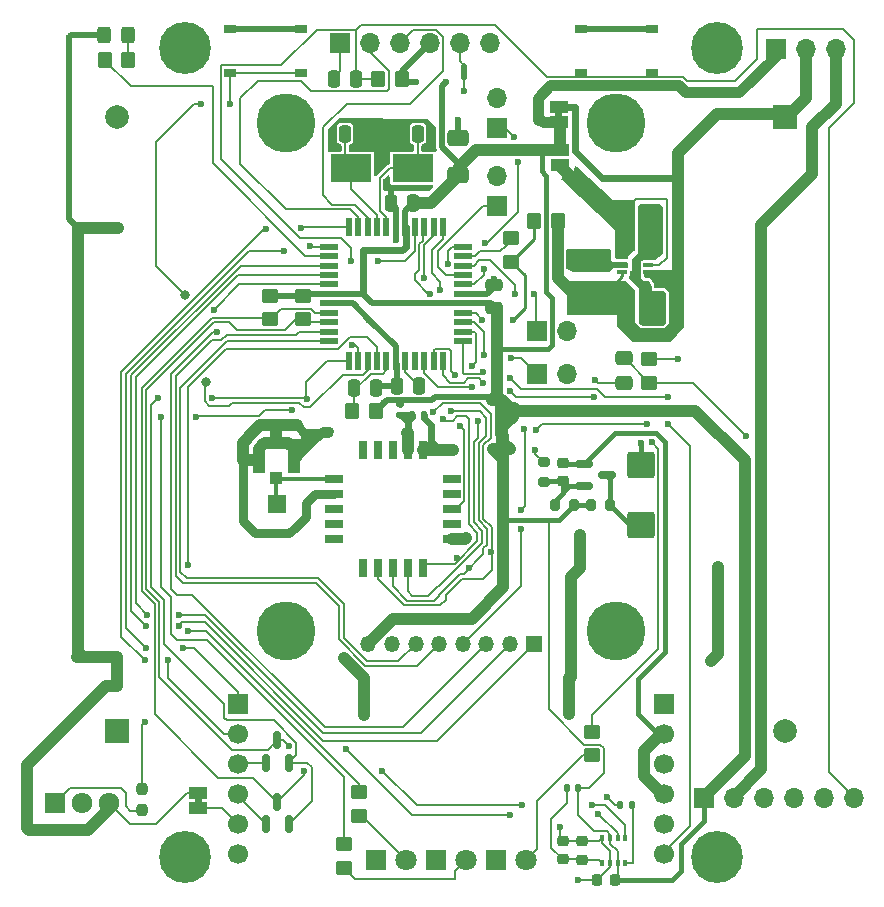
<source format=gbr>
%TF.GenerationSoftware,KiCad,Pcbnew,8.0.9-8.0.9-0~ubuntu22.04.1*%
%TF.CreationDate,2025-06-26T12:13:22+02:00*%
%TF.ProjectId,HB-UNI-SEN-BATT_ATMega1284P_E07-900MM10S_CO2_FUEL4EP,48422d55-4e49-42d5-9345-4e2d42415454,1.0*%
%TF.SameCoordinates,Original*%
%TF.FileFunction,Copper,L1,Top*%
%TF.FilePolarity,Positive*%
%FSLAX46Y46*%
G04 Gerber Fmt 4.6, Leading zero omitted, Abs format (unit mm)*
G04 Created by KiCad (PCBNEW 8.0.9-8.0.9-0~ubuntu22.04.1) date 2025-06-26 12:13:22*
%MOMM*%
%LPD*%
G01*
G04 APERTURE LIST*
G04 Aperture macros list*
%AMRoundRect*
0 Rectangle with rounded corners*
0 $1 Rounding radius*
0 $2 $3 $4 $5 $6 $7 $8 $9 X,Y pos of 4 corners*
0 Add a 4 corners polygon primitive as box body*
4,1,4,$2,$3,$4,$5,$6,$7,$8,$9,$2,$3,0*
0 Add four circle primitives for the rounded corners*
1,1,$1+$1,$2,$3*
1,1,$1+$1,$4,$5*
1,1,$1+$1,$6,$7*
1,1,$1+$1,$8,$9*
0 Add four rect primitives between the rounded corners*
20,1,$1+$1,$2,$3,$4,$5,0*
20,1,$1+$1,$4,$5,$6,$7,0*
20,1,$1+$1,$6,$7,$8,$9,0*
20,1,$1+$1,$8,$9,$2,$3,0*%
G04 Aperture macros list end*
%TA.AperFunction,EtchedComponent*%
%ADD10C,0.000000*%
%TD*%
%TA.AperFunction,SMDPad,CuDef*%
%ADD11RoundRect,0.250000X-0.325000X-0.450000X0.325000X-0.450000X0.325000X0.450000X-0.325000X0.450000X0*%
%TD*%
%TA.AperFunction,ComponentPad*%
%ADD12R,1.700000X1.700000*%
%TD*%
%TA.AperFunction,ComponentPad*%
%ADD13O,1.700000X1.700000*%
%TD*%
%TA.AperFunction,SMDPad,CuDef*%
%ADD14RoundRect,0.140000X-0.170000X0.140000X-0.170000X-0.140000X0.170000X-0.140000X0.170000X0.140000X0*%
%TD*%
%TA.AperFunction,SMDPad,CuDef*%
%ADD15RoundRect,0.250000X-0.450000X0.350000X-0.450000X-0.350000X0.450000X-0.350000X0.450000X0.350000X0*%
%TD*%
%TA.AperFunction,SMDPad,CuDef*%
%ADD16RoundRect,0.250000X-0.350000X-0.450000X0.350000X-0.450000X0.350000X0.450000X-0.350000X0.450000X0*%
%TD*%
%TA.AperFunction,SMDPad,CuDef*%
%ADD17RoundRect,0.237500X-0.237500X0.250000X-0.237500X-0.250000X0.237500X-0.250000X0.237500X0.250000X0*%
%TD*%
%TA.AperFunction,ComponentPad*%
%ADD18R,1.717500X1.800000*%
%TD*%
%TA.AperFunction,ComponentPad*%
%ADD19O,1.717500X1.800000*%
%TD*%
%TA.AperFunction,SMDPad,CuDef*%
%ADD20R,0.800000X1.500000*%
%TD*%
%TA.AperFunction,SMDPad,CuDef*%
%ADD21R,1.500000X0.800000*%
%TD*%
%TA.AperFunction,SMDPad,CuDef*%
%ADD22R,1.500000X1.000000*%
%TD*%
%TA.AperFunction,ComponentPad*%
%ADD23C,0.700000*%
%TD*%
%TA.AperFunction,ComponentPad*%
%ADD24C,4.400000*%
%TD*%
%TA.AperFunction,ComponentPad*%
%ADD25R,2.000000X2.000000*%
%TD*%
%TA.AperFunction,ComponentPad*%
%ADD26C,2.000000*%
%TD*%
%TA.AperFunction,SMDPad,CuDef*%
%ADD27RoundRect,0.250000X0.250000X0.475000X-0.250000X0.475000X-0.250000X-0.475000X0.250000X-0.475000X0*%
%TD*%
%TA.AperFunction,SMDPad,CuDef*%
%ADD28RoundRect,0.250000X-0.250000X-0.475000X0.250000X-0.475000X0.250000X0.475000X-0.250000X0.475000X0*%
%TD*%
%TA.AperFunction,SMDPad,CuDef*%
%ADD29RoundRect,0.250000X0.350000X0.450000X-0.350000X0.450000X-0.350000X-0.450000X0.350000X-0.450000X0*%
%TD*%
%TA.AperFunction,SMDPad,CuDef*%
%ADD30R,3.500000X2.400000*%
%TD*%
%TA.AperFunction,SMDPad,CuDef*%
%ADD31RoundRect,0.250000X0.650000X-0.412500X0.650000X0.412500X-0.650000X0.412500X-0.650000X-0.412500X0*%
%TD*%
%TA.AperFunction,SMDPad,CuDef*%
%ADD32R,1.000000X0.750000*%
%TD*%
%TA.AperFunction,ComponentPad*%
%ADD33R,1.350000X1.350000*%
%TD*%
%TA.AperFunction,ComponentPad*%
%ADD34O,1.350000X1.350000*%
%TD*%
%TA.AperFunction,SMDPad,CuDef*%
%ADD35R,3.000000X0.900000*%
%TD*%
%TA.AperFunction,SMDPad,CuDef*%
%ADD36RoundRect,0.100000X0.350000X0.100000X-0.350000X0.100000X-0.350000X-0.100000X0.350000X-0.100000X0*%
%TD*%
%TA.AperFunction,SMDPad,CuDef*%
%ADD37RoundRect,0.250000X0.450000X-0.350000X0.450000X0.350000X-0.450000X0.350000X-0.450000X-0.350000X0*%
%TD*%
%TA.AperFunction,SMDPad,CuDef*%
%ADD38R,0.550000X1.500000*%
%TD*%
%TA.AperFunction,SMDPad,CuDef*%
%ADD39R,1.500000X0.550000*%
%TD*%
%TA.AperFunction,SMDPad,CuDef*%
%ADD40RoundRect,0.250000X0.475000X-0.250000X0.475000X0.250000X-0.475000X0.250000X-0.475000X-0.250000X0*%
%TD*%
%TA.AperFunction,ComponentPad*%
%ADD41C,5.000000*%
%TD*%
%TA.AperFunction,SMDPad,CuDef*%
%ADD42RoundRect,0.225000X0.250000X-0.225000X0.250000X0.225000X-0.250000X0.225000X-0.250000X-0.225000X0*%
%TD*%
%TA.AperFunction,SMDPad,CuDef*%
%ADD43RoundRect,0.200000X-0.275000X0.200000X-0.275000X-0.200000X0.275000X-0.200000X0.275000X0.200000X0*%
%TD*%
%TA.AperFunction,SMDPad,CuDef*%
%ADD44R,0.350000X0.500000*%
%TD*%
%TA.AperFunction,SMDPad,CuDef*%
%ADD45RoundRect,0.135000X0.135000X0.185000X-0.135000X0.185000X-0.135000X-0.185000X0.135000X-0.185000X0*%
%TD*%
%TA.AperFunction,ComponentPad*%
%ADD46R,1.800000X1.800000*%
%TD*%
%TA.AperFunction,ComponentPad*%
%ADD47C,1.800000*%
%TD*%
%TA.AperFunction,SMDPad,CuDef*%
%ADD48RoundRect,0.200000X-0.200000X-0.275000X0.200000X-0.275000X0.200000X0.275000X-0.200000X0.275000X0*%
%TD*%
%TA.AperFunction,SMDPad,CuDef*%
%ADD49RoundRect,0.140000X0.140000X0.170000X-0.140000X0.170000X-0.140000X-0.170000X0.140000X-0.170000X0*%
%TD*%
%TA.AperFunction,ComponentPad*%
%ADD50RoundRect,0.250000X-0.550000X-0.550000X0.550000X-0.550000X0.550000X0.550000X-0.550000X0.550000X0*%
%TD*%
%TA.AperFunction,SMDPad,CuDef*%
%ADD51RoundRect,0.150000X0.150000X-0.587500X0.150000X0.587500X-0.150000X0.587500X-0.150000X-0.587500X0*%
%TD*%
%TA.AperFunction,SMDPad,CuDef*%
%ADD52C,0.500000*%
%TD*%
%TA.AperFunction,SMDPad,CuDef*%
%ADD53RoundRect,0.225000X0.225000X0.250000X-0.225000X0.250000X-0.225000X-0.250000X0.225000X-0.250000X0*%
%TD*%
%TA.AperFunction,SMDPad,CuDef*%
%ADD54RoundRect,0.147500X0.147500X0.172500X-0.147500X0.172500X-0.147500X-0.172500X0.147500X-0.172500X0*%
%TD*%
%TA.AperFunction,SMDPad,CuDef*%
%ADD55RoundRect,0.250000X0.475000X-0.337500X0.475000X0.337500X-0.475000X0.337500X-0.475000X-0.337500X0*%
%TD*%
%TA.AperFunction,SMDPad,CuDef*%
%ADD56RoundRect,0.250000X0.925000X-0.875000X0.925000X0.875000X-0.925000X0.875000X-0.925000X-0.875000X0*%
%TD*%
%TA.AperFunction,ComponentPad*%
%ADD57C,1.700000*%
%TD*%
%TA.AperFunction,SMDPad,CuDef*%
%ADD58RoundRect,0.150000X-0.587500X-0.150000X0.587500X-0.150000X0.587500X0.150000X-0.587500X0.150000X0*%
%TD*%
%TA.AperFunction,SMDPad,CuDef*%
%ADD59R,1.000000X1.000000*%
%TD*%
%TA.AperFunction,SMDPad,CuDef*%
%ADD60R,1.050000X2.200000*%
%TD*%
%TA.AperFunction,ViaPad*%
%ADD61C,0.600000*%
%TD*%
%TA.AperFunction,ViaPad*%
%ADD62C,1.000000*%
%TD*%
%TA.AperFunction,ViaPad*%
%ADD63C,0.800000*%
%TD*%
%TA.AperFunction,Conductor*%
%ADD64C,0.500000*%
%TD*%
%TA.AperFunction,Conductor*%
%ADD65C,0.600000*%
%TD*%
%TA.AperFunction,Conductor*%
%ADD66C,0.800000*%
%TD*%
%TA.AperFunction,Conductor*%
%ADD67C,1.000000*%
%TD*%
%TA.AperFunction,Conductor*%
%ADD68C,0.200000*%
%TD*%
%TA.AperFunction,Conductor*%
%ADD69C,0.400000*%
%TD*%
%TA.AperFunction,Conductor*%
%ADD70C,0.300000*%
%TD*%
%TA.AperFunction,Conductor*%
%ADD71C,0.250000*%
%TD*%
%TA.AperFunction,Conductor*%
%ADD72C,0.900000*%
%TD*%
%TA.AperFunction,Conductor*%
%ADD73C,0.700000*%
%TD*%
G04 APERTURE END LIST*
D10*
%TA.AperFunction,EtchedComponent*%
%TO.C,JP2*%
G36*
X46937500Y65818500D02*
G01*
X46337500Y65818500D01*
X46337500Y66318500D01*
X46937500Y66318500D01*
X46937500Y65818500D01*
G37*
%TD.AperFunction*%
%TA.AperFunction,EtchedComponent*%
%TO.C,NT1*%
G36*
X38858000Y69223000D02*
G01*
X38358000Y69223000D01*
X38358000Y70223000D01*
X38858000Y70223000D01*
X38858000Y69223000D01*
G37*
%TD.AperFunction*%
%TA.AperFunction,EtchedComponent*%
%TO.C,JP4*%
G36*
X16403600Y7786800D02*
G01*
X15803600Y7786800D01*
X15803600Y8286800D01*
X16403600Y8286800D01*
X16403600Y7786800D01*
G37*
%TD.AperFunction*%
%TD*%
D11*
%TO.P,D1,1,K*%
%TO.N,GND*%
X8138500Y72799500D03*
%TO.P,D1,2,A*%
%TO.N,Net-(D1-A)*%
X10188500Y72799500D03*
%TD*%
D12*
%TO.P,J3,1,Pin_1*%
%TO.N,/A1*%
X44796000Y44097500D03*
D13*
%TO.P,J3,2,Pin_2*%
%TO.N,GND*%
X47336000Y44097500D03*
%TD*%
D12*
%TO.P,J4,1,Pin_1*%
%TO.N,/AIN0*%
X44796000Y47780500D03*
D13*
%TO.P,J4,2,Pin_2*%
%TO.N,GND*%
X47336000Y47780500D03*
%TD*%
D12*
%TO.P,J5,1,Pin_1*%
%TO.N,VCC*%
X58880000Y8220000D03*
D13*
%TO.P,J5,2,Pin_2*%
%TO.N,/minusBAT*%
X61420000Y8220000D03*
%TO.P,J5,3,Pin_3*%
%TO.N,/MOSI*%
X63960000Y8220000D03*
%TO.P,J5,4,Pin_4*%
%TO.N,/SCK*%
X66500000Y8220000D03*
%TO.P,J5,5,Pin_5*%
%TO.N,/MISO*%
X69040000Y8220000D03*
%TO.P,J5,6,Pin_6*%
%TO.N,/RSETB*%
X71580000Y8220000D03*
%TD*%
D14*
%TO.P,C1,1*%
%TO.N,VCC*%
X33172400Y41605200D03*
%TO.P,C1,2*%
%TO.N,GND*%
X33172400Y40645200D03*
%TD*%
D15*
%TO.P,R4,1*%
%TO.N,VCC*%
X22190000Y50749000D03*
%TO.P,R4,2*%
%TO.N,/SCL*%
X22190000Y48749000D03*
%TD*%
%TO.P,R5,1*%
%TO.N,VCC*%
X24984000Y50765000D03*
%TO.P,R5,2*%
%TO.N,/SDA*%
X24984000Y48765000D03*
%TD*%
D16*
%TO.P,R1,1*%
%TO.N,Net-(U1-PD4)*%
X8172500Y70704000D03*
%TO.P,R1,2*%
%TO.N,Net-(D1-A)*%
X10172500Y70704000D03*
%TD*%
D17*
%TO.P,R3,1*%
%TO.N,VCC*%
X11379200Y9024500D03*
%TO.P,R3,2*%
%TO.N,Net-(Q1-G)*%
X11379200Y7199500D03*
%TD*%
D18*
%TO.P,Q1,1,G*%
%TO.N,Net-(Q1-G)*%
X3958400Y7804800D03*
D19*
%TO.P,Q1,2,D*%
%TO.N,/minusBAT*%
X6248400Y7804800D03*
%TO.P,Q1,3,S*%
%TO.N,GND*%
X8538400Y7804800D03*
%TD*%
D12*
%TO.P,J10,1,Pin_1*%
%TO.N,VCC*%
X64989000Y71656500D03*
D13*
%TO.P,J10,2,Pin_2*%
%TO.N,/plusBAT*%
X67529000Y71656500D03*
%TO.P,J10,3,Pin_3*%
%TO.N,/minusBAT*%
X70069000Y71656500D03*
%TD*%
D20*
%TO.P,Module1,1A,SCK*%
%TO.N,/SCK*%
X35102800Y27689800D03*
D21*
%TO.P,Module1,1B,ANT*%
%TO.N,Net-(AE1-A)*%
X27562800Y35229800D03*
D20*
%TO.P,Module1,1C,VCC*%
%TO.N,VCC*%
X35102800Y37689800D03*
D21*
%TO.P,Module1,1D,GD02*%
%TO.N,unconnected-(Module1-GD02-Pad1D)*%
X37562800Y35229800D03*
D20*
%TO.P,Module1,2A,~{CSN}*%
%TO.N,/SS*%
X33832800Y27689800D03*
D21*
%TO.P,Module1,2B,GND*%
%TO.N,GND*%
X27562800Y33959800D03*
D20*
%TO.P,Module1,2C,GND*%
X33832800Y37689800D03*
D21*
%TO.P,Module1,2D,NC*%
%TO.N,unconnected-(Module1-NC-Pad2D)*%
X37562800Y33959800D03*
D20*
%TO.P,Module1,3A,MOSI*%
%TO.N,/MOSI*%
X32562800Y27689800D03*
D21*
%TO.P,Module1,3B,NC*%
%TO.N,unconnected-(Module1-NC-Pad3B)*%
X27562800Y32689800D03*
D20*
%TO.P,Module1,3C,NC*%
%TO.N,unconnected-(Module1-NC-Pad3C)*%
X32562800Y37689800D03*
D21*
%TO.P,Module1,3D,GD00*%
%TO.N,/A5*%
X37562800Y32689800D03*
D20*
%TO.P,Module1,4A,MISO/GD01*%
%TO.N,/MISO*%
X31292800Y27689800D03*
D21*
%TO.P,Module1,4B,NC*%
%TO.N,unconnected-(Module1-NC-Pad4B)*%
X27562800Y31419800D03*
D20*
%TO.P,Module1,4C,NC*%
%TO.N,unconnected-(Module1-NC-Pad4C)*%
X31292800Y37689800D03*
D21*
%TO.P,Module1,4D,NC*%
%TO.N,unconnected-(Module1-NC-Pad4D)*%
X37562800Y31419800D03*
D20*
%TO.P,Module1,5A,NC*%
%TO.N,unconnected-(Module1-NC-Pad5A)*%
X30022800Y27689800D03*
D21*
%TO.P,Module1,5B,NC*%
%TO.N,unconnected-(Module1-NC-Pad5B)*%
X27562800Y30149800D03*
D20*
%TO.P,Module1,5C,NC*%
%TO.N,unconnected-(Module1-NC-Pad5C)*%
X30022800Y37689800D03*
D21*
%TO.P,Module1,5D,GND*%
%TO.N,GND*%
X37562800Y30149800D03*
%TD*%
D22*
%TO.P,JP2,1,A*%
%TO.N,/plusBAT*%
X46637500Y66718500D03*
%TO.P,JP2,2,B*%
%TO.N,VCC*%
X46637500Y65418500D03*
%TD*%
D23*
%TO.P,H2,1*%
%TO.N,N/C*%
X58200000Y71750000D03*
X58727200Y73022800D03*
X58727200Y70477200D03*
X60000000Y73550000D03*
D24*
X60000000Y71750000D03*
D23*
X60000000Y69950000D03*
X61272800Y73022800D03*
X61272800Y70477200D03*
X61800000Y71750000D03*
%TD*%
%TO.P,H4,1*%
%TO.N,N/C*%
X58200000Y3250000D03*
X58727200Y4522800D03*
X58727200Y1977200D03*
X60000000Y5050000D03*
D24*
X60000000Y3250000D03*
D23*
X60000000Y1450000D03*
X61272800Y4522800D03*
X61272800Y1977200D03*
X61800000Y3250000D03*
%TD*%
%TO.P,H1,1*%
%TO.N,N/C*%
X13200000Y71750000D03*
X13727200Y73022800D03*
X13727200Y70477200D03*
X15000000Y73550000D03*
D24*
X15000000Y71750000D03*
D23*
X15000000Y69950000D03*
X16272800Y73022800D03*
X16272800Y70477200D03*
X16800000Y71750000D03*
%TD*%
%TO.P,H3,1*%
%TO.N,N/C*%
X13200000Y3250000D03*
X13727200Y4522800D03*
X13727200Y1977200D03*
X15000000Y5050000D03*
D24*
X15000000Y3250000D03*
D23*
X15000000Y1450000D03*
X16272800Y4522800D03*
X16272800Y1977200D03*
X16800000Y3250000D03*
%TD*%
D25*
%TO.P,BT2,1,+*%
%TO.N,/conBAT*%
X9220000Y13900000D03*
D26*
%TO.P,BT2,2,-*%
%TO.N,/minusBAT*%
X9220000Y65890000D03*
%TD*%
D27*
%TO.P,C2,1*%
%TO.N,GND*%
X31168900Y42950000D03*
%TO.P,C2,2*%
%TO.N,/VAVCC*%
X29268900Y42950000D03*
%TD*%
%TO.P,C4,1*%
%TO.N,VCC*%
X34316000Y58639000D03*
%TO.P,C4,2*%
%TO.N,GND*%
X32416000Y58639000D03*
%TD*%
D28*
%TO.P,C6,1*%
%TO.N,Net-(U1-XTAL1)*%
X28542500Y64481000D03*
%TO.P,C6,2*%
%TO.N,GND*%
X30442500Y64481000D03*
%TD*%
D27*
%TO.P,C8,1*%
%TO.N,Net-(U1-AREF)*%
X34801100Y43106900D03*
%TO.P,C8,2*%
%TO.N,GND*%
X32901100Y43106900D03*
%TD*%
D12*
%TO.P,J12,1,Pin_1*%
%TO.N,/DTR*%
X28070100Y72139100D03*
D13*
%TO.P,J12,2,Pin_2*%
%TO.N,/TXD0*%
X30610100Y72139100D03*
%TO.P,J12,3,Pin_3*%
%TO.N,/RXD0*%
X33150100Y72139100D03*
%TO.P,J12,4,Pin_4*%
%TO.N,VCC*%
X35690100Y72139100D03*
%TO.P,J12,5,Pin_5*%
%TO.N,/CTS*%
X38230100Y72139100D03*
%TO.P,J12,6,Pin_6*%
%TO.N,GND*%
X40770100Y72139100D03*
%TD*%
D29*
%TO.P,R2,1*%
%TO.N,VCC*%
X33315200Y69129200D03*
%TO.P,R2,2*%
%TO.N,/RSETB*%
X31315200Y69129200D03*
%TD*%
%TO.P,R6,1*%
%TO.N,VCC*%
X31143500Y41000000D03*
%TO.P,R6,2*%
%TO.N,/VAVCC*%
X29143500Y41000000D03*
%TD*%
D30*
%TO.P,Y1,1,1*%
%TO.N,Net-(U1-XTAL1)*%
X29051500Y61560000D03*
%TO.P,Y1,2,2*%
%TO.N,Net-(U1-XTAL2)*%
X34251500Y61560000D03*
%TD*%
D31*
%TO.P,C5,1*%
%TO.N,VCC*%
X38065000Y60962300D03*
%TO.P,C5,2*%
%TO.N,GND*%
X38065000Y64087300D03*
%TD*%
D32*
%TO.P,SW2,A*%
%TO.N,GND*%
X48500000Y73375000D03*
%TO.P,SW2,B,e*%
X54500000Y73375000D03*
%TO.P,SW2,C*%
%TO.N,/RSETB*%
X48500000Y69625000D03*
%TO.P,SW2,D*%
X54500000Y69625000D03*
%TD*%
%TO.P,SW1,A*%
%TO.N,/CONFIG*%
X24800000Y69625000D03*
%TO.P,SW1,B,e*%
X18800000Y69625000D03*
%TO.P,SW1,C*%
%TO.N,GND*%
X24800000Y73375000D03*
%TO.P,SW1,D*%
X18800000Y73375000D03*
%TD*%
D25*
%TO.P,BT1,1,+*%
%TO.N,/plusBAT*%
X65780000Y65900000D03*
D26*
%TO.P,BT1,2,-*%
%TO.N,/conBAT*%
X65780000Y13910000D03*
%TD*%
D33*
%TO.P,J11,1,Pin_1*%
%TO.N,/D5*%
X44500000Y21282000D03*
D34*
%TO.P,J11,2,Pin_2*%
%TO.N,/D6*%
X42500000Y21282000D03*
%TO.P,J11,3,Pin_3*%
%TO.N,/D7*%
X40500000Y21282000D03*
%TO.P,J11,4,Pin_4*%
%TO.N,/A3*%
X38500000Y21282000D03*
%TO.P,J11,5,Pin_5*%
%TO.N,/D18*%
X36500000Y21282000D03*
%TO.P,J11,6,Pin_6*%
%TO.N,/D19*%
X34500000Y21282000D03*
%TO.P,J11,7,Pin_7*%
%TO.N,GND*%
X32500000Y21282000D03*
%TO.P,J11,8,Pin_8*%
%TO.N,VCC*%
X30500000Y21282000D03*
%TD*%
D28*
%TO.P,C11,1*%
%TO.N,/plusBAT*%
X52080680Y48946360D03*
%TO.P,C11,2*%
%TO.N,GND*%
X53980680Y48946360D03*
%TD*%
%TO.P,C12,1*%
%TO.N,/Vout*%
X52101000Y55789120D03*
%TO.P,C12,2*%
%TO.N,GND*%
X54001000Y55789120D03*
%TD*%
%TO.P,C13,1*%
%TO.N,/Vout*%
X52101000Y57795720D03*
%TO.P,C13,2*%
%TO.N,GND*%
X54001000Y57795720D03*
%TD*%
D22*
%TO.P,JP3,1,A*%
%TO.N,/Vout*%
X46688300Y61811700D03*
%TO.P,JP3,2,B*%
%TO.N,VCC*%
X46688300Y63111700D03*
%TD*%
D35*
%TO.P,L1,1,1*%
%TO.N,/plusBAT*%
X48733000Y51316000D03*
%TO.P,L1,2,2*%
%TO.N,Net-(U2-L)*%
X48733000Y53416000D03*
%TD*%
D36*
%TO.P,U2,1,VIN*%
%TO.N,/plusBAT*%
X54214500Y52718500D03*
%TO.P,U2,2,FB*%
%TO.N,/Vout*%
X54214500Y53368500D03*
%TO.P,U2,3,GND*%
%TO.N,GND*%
X54214500Y54018500D03*
%TO.P,U2,4,VOUT*%
%TO.N,/Vout*%
X52014500Y54018500D03*
%TO.P,U2,5,L*%
%TO.N,Net-(U2-L)*%
X52014500Y53368500D03*
%TO.P,U2,6,EN*%
%TO.N,/plusBAT*%
X52014500Y52718500D03*
%TD*%
D29*
%TO.P,R8,1*%
%TO.N,/plusBAT*%
X46558000Y57115000D03*
%TO.P,R8,2*%
%TO.N,/A0*%
X44558000Y57115000D03*
%TD*%
D37*
%TO.P,R7,1*%
%TO.N,/A0*%
X42616680Y53615640D03*
%TO.P,R7,2*%
%TO.N,/AIN1*%
X42616680Y55615640D03*
%TD*%
D12*
%TO.P,J1,1,Pin_1*%
%TO.N,/PB0_T0*%
X41400000Y64989000D03*
D13*
%TO.P,J1,2,Pin_2*%
%TO.N,GND*%
X41400000Y67529000D03*
%TD*%
D28*
%TO.P,C10,1*%
%TO.N,/plusBAT*%
X52080680Y50942800D03*
%TO.P,C10,2*%
%TO.N,GND*%
X53980680Y50942800D03*
%TD*%
D27*
%TO.P,C9,1*%
%TO.N,/RSETB*%
X29474800Y69129200D03*
%TO.P,C9,2*%
%TO.N,/DTR*%
X27574800Y69129200D03*
%TD*%
%TO.P,C7,1*%
%TO.N,Net-(U1-XTAL2)*%
X34697000Y64481000D03*
%TO.P,C7,2*%
%TO.N,GND*%
X32797000Y64481000D03*
%TD*%
D38*
%TO.P,U1,1,PB5*%
%TO.N,/MOSI*%
X36832600Y56604700D03*
%TO.P,U1,2,PB6*%
%TO.N,/MISO*%
X36032600Y56604700D03*
%TO.P,U1,3,PB7*%
%TO.N,/SCK*%
X35232600Y56604700D03*
%TO.P,U1,4,~{RESET}*%
%TO.N,/RSETB*%
X34432600Y56604700D03*
%TO.P,U1,5,VCC*%
%TO.N,VCC*%
X33632600Y56604700D03*
%TO.P,U1,6,GND*%
%TO.N,GND*%
X32832600Y56604700D03*
%TO.P,U1,7,XTAL2*%
%TO.N,Net-(U1-XTAL2)*%
X32032600Y56604700D03*
%TO.P,U1,8,XTAL1*%
%TO.N,Net-(U1-XTAL1)*%
X31232600Y56604700D03*
%TO.P,U1,9,PD0*%
%TO.N,/RXD0*%
X30432600Y56604700D03*
%TO.P,U1,10,PD1*%
%TO.N,/TXD0*%
X29632600Y56604700D03*
%TO.P,U1,11,PD2*%
%TO.N,/RXD1*%
X28832600Y56604700D03*
D39*
%TO.P,U1,12,PD3*%
%TO.N,/TXD1*%
X27132600Y54904700D03*
%TO.P,U1,13,PD4*%
%TO.N,Net-(U1-PD4)*%
X27132600Y54104700D03*
%TO.P,U1,14,PD5*%
%TO.N,/D5*%
X27132600Y53304700D03*
%TO.P,U1,15,PD6*%
%TO.N,/D6*%
X27132600Y52504700D03*
%TO.P,U1,16,PD7*%
%TO.N,/D7*%
X27132600Y51704700D03*
%TO.P,U1,17,VCC*%
%TO.N,VCC*%
X27132600Y50904700D03*
%TO.P,U1,18,GND*%
%TO.N,GND*%
X27132600Y50104700D03*
%TO.P,U1,19,PC0*%
%TO.N,/SCL*%
X27132600Y49304700D03*
%TO.P,U1,20,PC1*%
%TO.N,/SDA*%
X27132600Y48504700D03*
%TO.P,U1,21,PC2*%
%TO.N,/D18*%
X27132600Y47704700D03*
%TO.P,U1,22,PC3*%
%TO.N,/D19*%
X27132600Y46904700D03*
D38*
%TO.P,U1,23,PC4*%
%TO.N,/D20*%
X28832600Y45204700D03*
%TO.P,U1,24,PC5*%
%TO.N,/D21*%
X29632600Y45204700D03*
%TO.P,U1,25,PC6*%
%TO.N,/CONFIG*%
X30432600Y45204700D03*
%TO.P,U1,26,PC7*%
%TO.N,/D23*%
X31232600Y45204700D03*
%TO.P,U1,27,AVCC*%
%TO.N,/VAVCC*%
X32032600Y45204700D03*
%TO.P,U1,28,GND*%
%TO.N,GND*%
X32832600Y45204700D03*
%TO.P,U1,29,AREF*%
%TO.N,Net-(U1-AREF)*%
X33632600Y45204700D03*
%TO.P,U1,30,PA7*%
%TO.N,unconnected-(U1-PA7-Pad30)*%
X34432600Y45204700D03*
%TO.P,U1,31,PA6*%
%TO.N,/A6*%
X35232600Y45204700D03*
%TO.P,U1,32,PA5*%
%TO.N,/A5*%
X36032600Y45204700D03*
%TO.P,U1,33,PA4*%
%TO.N,/A4*%
X36832600Y45204700D03*
D39*
%TO.P,U1,34,PA3*%
%TO.N,/A3*%
X38532600Y46904700D03*
%TO.P,U1,35,PA2*%
%TO.N,/A2*%
X38532600Y47704700D03*
%TO.P,U1,36,PA1*%
%TO.N,/A1*%
X38532600Y48504700D03*
%TO.P,U1,37,PA0*%
%TO.N,/A0*%
X38532600Y49304700D03*
%TO.P,U1,38,VCC*%
%TO.N,VCC*%
X38532600Y50104700D03*
%TO.P,U1,39,GND*%
%TO.N,GND*%
X38532600Y50904700D03*
%TO.P,U1,40,PB0*%
%TO.N,/PB0_T0*%
X38532600Y51704700D03*
%TO.P,U1,41,PB1*%
%TO.N,/PB1_T1*%
X38532600Y52504700D03*
%TO.P,U1,42,PB2*%
%TO.N,/AIN0*%
X38532600Y53304700D03*
%TO.P,U1,43,PB3*%
%TO.N,/AIN1*%
X38532600Y54104700D03*
%TO.P,U1,44,PB4*%
%TO.N,/SS*%
X38532600Y54904700D03*
%TD*%
D40*
%TO.P,C3,1*%
%TO.N,VCC*%
X41176500Y49751500D03*
%TO.P,C3,2*%
%TO.N,GND*%
X41176500Y51651500D03*
%TD*%
D12*
%TO.P,J2,1,Pin_1*%
%TO.N,/PB1_T1*%
X41400000Y58385000D03*
D13*
%TO.P,J2,2,Pin_2*%
%TO.N,GND*%
X41400000Y60925000D03*
%TD*%
D41*
%TO.P,H5,1*%
%TO.N,N/C*%
X23500000Y65400000D03*
%TD*%
%TO.P,H6,1*%
%TO.N,N/C*%
X23500000Y22400000D03*
%TD*%
%TO.P,H7,1*%
%TO.N,N/C*%
X51500000Y65400000D03*
%TD*%
%TO.P,H8,1*%
%TO.N,N/C*%
X51500000Y22400000D03*
%TD*%
D42*
%TO.P,C20,1*%
%TO.N,Net-(U3-VDD)*%
X48600000Y3000000D03*
%TO.P,C20,2*%
%TO.N,GND*%
X48600000Y4550000D03*
%TD*%
D43*
%TO.P,R9,1*%
%TO.N,/D20*%
X45339000Y36639000D03*
%TO.P,R9,2*%
%TO.N,Net-(Q4-G)*%
X45339000Y34989000D03*
%TD*%
D44*
%TO.P,U3,1,GND*%
%TO.N,GND*%
X50300000Y4800000D03*
%TO.P,U3,2,CSB*%
%TO.N,VCC*%
X50950000Y4800000D03*
%TO.P,U3,3,SDI*%
%TO.N,/SDA*%
X51600000Y4800000D03*
%TO.P,U3,4,SCK*%
%TO.N,/SCL*%
X52250000Y4800000D03*
%TO.P,U3,5,SDO*%
%TO.N,Net-(U3-SDO)*%
X52250000Y2750000D03*
%TO.P,U3,6,VDDIO*%
%TO.N,VCC*%
X51600000Y2750000D03*
%TO.P,U3,7,GND*%
%TO.N,GND*%
X50950000Y2750000D03*
%TO.P,U3,8,VDD*%
%TO.N,Net-(U3-VDD)*%
X50300000Y2750000D03*
%TD*%
D45*
%TO.P,R16,1*%
%TO.N,Net-(U3-SDO)*%
X52810000Y7650000D03*
%TO.P,R16,2*%
%TO.N,GND*%
X51790000Y7650000D03*
%TD*%
D37*
%TO.P,R14,1*%
%TO.N,Net-(D4-A)*%
X29700000Y6700000D03*
%TO.P,R14,2*%
%TO.N,/D23*%
X29700000Y8700000D03*
%TD*%
D46*
%TO.P,D2,1,K*%
%TO.N,GND*%
X41300000Y3000000D03*
D47*
%TO.P,D2,2,A*%
%TO.N,Net-(D2-A)*%
X43840000Y3000000D03*
%TD*%
D46*
%TO.P,D3,1,K*%
%TO.N,GND*%
X36220000Y3000000D03*
D47*
%TO.P,D3,2,A*%
%TO.N,Net-(D3-A)*%
X38760000Y3000000D03*
%TD*%
D48*
%TO.P,R10,1*%
%TO.N,Net-(Q4-G)*%
X46292000Y33020000D03*
%TO.P,R10,2*%
%TO.N,VCC*%
X47942000Y33020000D03*
%TD*%
D49*
%TO.P,C14,1*%
%TO.N,VCC*%
X35179000Y40665400D03*
%TO.P,C14,2*%
%TO.N,GND*%
X34219000Y40665400D03*
%TD*%
D42*
%TO.P,C16,1*%
%TO.N,Net-(Q4-G)*%
X46990000Y35039000D03*
%TO.P,C16,2*%
%TO.N,Net-(Q4-D)*%
X46990000Y36589000D03*
%TD*%
D50*
%TO.P,AE1,1,A*%
%TO.N,Net-(AE1-A)*%
X22748000Y33135000D03*
%TD*%
D51*
%TO.P,Q3,1,D*%
%TO.N,Net-(Q3-D)*%
X21850000Y6025000D03*
%TO.P,Q3,2,G*%
%TO.N,/D20*%
X23750000Y6025000D03*
%TO.P,Q3,3,S*%
%TO.N,/SCL*%
X22800000Y7900000D03*
%TD*%
D42*
%TO.P,C18,1*%
%TO.N,Net-(U3-VDD)*%
X47000000Y3025000D03*
%TO.P,C18,2*%
%TO.N,GND*%
X47000000Y4575000D03*
%TD*%
D37*
%TO.P,R15,1*%
%TO.N,Net-(BZ1-+)*%
X54300000Y43400000D03*
%TO.P,R15,2*%
%TO.N,GND*%
X54300000Y45400000D03*
%TD*%
D52*
%TO.P,NT1,1,1*%
%TO.N,GND*%
X38608000Y69223000D03*
%TO.P,NT1,2,2*%
%TO.N,/CTS*%
X38608000Y70223000D03*
%TD*%
D37*
%TO.P,R12,1*%
%TO.N,Net-(D2-A)*%
X49450000Y11850000D03*
%TO.P,R12,2*%
%TO.N,/A2*%
X49450000Y13850000D03*
%TD*%
D48*
%TO.P,R11,1*%
%TO.N,VCC*%
X49340000Y33020000D03*
%TO.P,R11,2*%
%TO.N,Net-(Q4-S)*%
X50990000Y33020000D03*
%TD*%
D53*
%TO.P,C19,1*%
%TO.N,VCC*%
X51375000Y1300000D03*
%TO.P,C19,2*%
%TO.N,GND*%
X49825000Y1300000D03*
%TD*%
D54*
%TO.P,FB1,1*%
%TO.N,VCC*%
X48285000Y9050000D03*
%TO.P,FB1,2*%
%TO.N,Net-(U3-VDD)*%
X47315000Y9050000D03*
%TD*%
D37*
%TO.P,R13,1*%
%TO.N,Net-(D3-A)*%
X28400000Y2300000D03*
%TO.P,R13,2*%
%TO.N,/D21*%
X28400000Y4300000D03*
%TD*%
D51*
%TO.P,Q2,1,D*%
%TO.N,Net-(Q2-D)*%
X21850000Y11225000D03*
%TO.P,Q2,2,G*%
%TO.N,/D20*%
X23750000Y11225000D03*
%TO.P,Q2,3,S*%
%TO.N,/SDA*%
X22800000Y13100000D03*
%TD*%
D46*
%TO.P,D4,1,K*%
%TO.N,GND*%
X31140000Y3000000D03*
D47*
%TO.P,D4,2,A*%
%TO.N,Net-(D4-A)*%
X33680000Y3000000D03*
%TD*%
D55*
%TO.P,C17,1*%
%TO.N,/A6*%
X52172936Y43365000D03*
%TO.P,C17,2*%
%TO.N,Net-(BZ1-+)*%
X52172936Y45440000D03*
%TD*%
D56*
%TO.P,C15,1*%
%TO.N,Net-(Q4-S)*%
X53594000Y31349000D03*
%TO.P,C15,2*%
%TO.N,GND*%
X53594000Y36449000D03*
%TD*%
D12*
%TO.P,module2,1A,GND*%
%TO.N,GND*%
X55539500Y16180000D03*
%TO.P,module2,1C,Rx_In*%
%TO.N,/TXD1*%
X19459500Y16180000D03*
D57*
%TO.P,module2,2A,VDD*%
%TO.N,Net-(Q4-D)*%
X55539500Y13640000D03*
%TO.P,module2,2C,Tx_Out*%
%TO.N,/RXD1*%
X19459500Y13640000D03*
%TO.P,module2,3A,NC1*%
%TO.N,unconnected-(module2-NC1-Pad3A)*%
X55539500Y11100000D03*
%TO.P,module2,3C,I2C_SDA*%
%TO.N,Net-(Q2-D)*%
X19459500Y11100000D03*
%TO.P,module2,4A,VDD1*%
%TO.N,Net-(Q4-D)*%
X55539500Y8560000D03*
%TO.P,module2,4C,I2C_SCL*%
%TO.N,Net-(Q3-D)*%
X19459500Y8560000D03*
%TO.P,module2,5A,NC2*%
%TO.N,unconnected-(module2-NC2-Pad5A)*%
X55539500Y6020000D03*
%TO.P,module2,5C,I2C_ENABLE*%
%TO.N,Net-(JP4-B)*%
X19459500Y6020000D03*
%TO.P,module2,6A,READY*%
%TO.N,/A4*%
X55539500Y3480000D03*
%TO.P,module2,6C,NC3*%
%TO.N,unconnected-(module2-NC3-Pad6C)*%
X19459500Y3480000D03*
%TD*%
D58*
%TO.P,Q4,1,D*%
%TO.N,Net-(Q4-D)*%
X48798000Y36510000D03*
%TO.P,Q4,2,G*%
%TO.N,Net-(Q4-G)*%
X48798000Y34610000D03*
%TO.P,Q4,3,S*%
%TO.N,Net-(Q4-S)*%
X50673000Y35560000D03*
%TD*%
D22*
%TO.P,JP4,1,A*%
%TO.N,GND*%
X16103600Y8686800D03*
%TO.P,JP4,2,B*%
%TO.N,Net-(JP4-B)*%
X16103600Y7386800D03*
%TD*%
D59*
%TO.P,J13,1,In*%
%TO.N,Net-(AE1-A)*%
X22695600Y35318000D03*
D60*
%TO.P,J13,2,Ext*%
%TO.N,GND*%
X21220600Y36818000D03*
D59*
X22695600Y38318000D03*
D60*
X24170600Y36818000D03*
%TD*%
D61*
%TO.N,GND*%
X59500000Y19800000D03*
X46750000Y5800000D03*
X30099000Y15240000D03*
D62*
X54956000Y55210000D03*
D61*
X41176500Y52150000D03*
X33782000Y39141400D03*
X30572000Y48669500D03*
X47500000Y15350000D03*
X32822962Y55448238D03*
X47500000Y18350000D03*
D63*
X5900000Y56500000D03*
X9200000Y20150000D03*
D61*
X20284200Y31280800D03*
X38608000Y68072000D03*
D62*
X55083000Y48987000D03*
D61*
X48250000Y1300000D03*
D62*
X55083000Y50638000D03*
D63*
X9200000Y17700000D03*
D61*
X19852400Y38291200D03*
X25072100Y39167500D03*
X31651500Y62893500D03*
D63*
X5800000Y20150000D03*
D61*
X5172000Y72609000D03*
X19852400Y33033400D03*
X53594000Y38320000D03*
D62*
X54956000Y56480000D03*
D61*
X19852400Y34379600D03*
X60100000Y27800000D03*
X22695600Y39788200D03*
X47625000Y23495000D03*
X28407000Y20107000D03*
X27178000Y39293800D03*
X23332200Y30620400D03*
X32416000Y59779500D03*
X20766800Y39205600D03*
X50700000Y8350000D03*
X51878600Y73375000D03*
X23711800Y38318000D03*
D63*
X9300000Y56500000D03*
D61*
X19852400Y35624200D03*
X31651500Y64481000D03*
X25173700Y37821300D03*
X21809000Y73371000D03*
X23789400Y39815200D03*
X38794459Y30231878D03*
X56700000Y45400000D03*
X19852400Y36843400D03*
X48387000Y30480000D03*
X21909800Y30620400D03*
X38065000Y65624000D03*
X21579600Y38164200D03*
X24335500Y31191900D03*
X21654200Y39788200D03*
D62*
X54956000Y57877000D03*
D61*
X25295999Y33304799D03*
X25186400Y32042800D03*
X30099000Y18415000D03*
%TO.N,/SS*%
X37239500Y53432000D03*
X39758959Y40123936D03*
%TO.N,/A5*%
X38250000Y39750000D03*
X37820999Y44043999D03*
%TO.N,/SCL*%
X43550002Y7600000D03*
X25050000Y10550000D03*
X31700000Y10550000D03*
X49450000Y7650000D03*
%TO.N,/SDA*%
X49950000Y6900000D03*
X23750000Y12600000D03*
X42500000Y6750000D03*
X28600000Y12350000D03*
%TO.N,/A0*%
X42750000Y48733000D03*
X40160500Y48733000D03*
%TO.N,/A1*%
X42548030Y45500000D03*
X40282734Y45700000D03*
%TO.N,/A2*%
X54102000Y39878000D03*
X44704000Y39370000D03*
X54493720Y38382393D03*
X39243000Y44800000D03*
%TO.N,/A3*%
X40200000Y44300000D03*
X43672880Y39481880D03*
X43434000Y30988000D03*
X43434000Y32639000D03*
%TO.N,/MOSI*%
X37479847Y40968118D03*
X39065200Y27686000D03*
X36600000Y51200000D03*
%TO.N,/SCK*%
X35712400Y50901600D03*
X37973000Y28575000D03*
X36830000Y40335200D03*
%TO.N,/MISO*%
X40894000Y29083000D03*
X36004685Y40867256D03*
X35199998Y52250000D03*
%TO.N,VCC*%
X37693600Y37693600D03*
X36601400Y37693600D03*
X11582400Y14630400D03*
X34534400Y68875200D03*
X41021000Y37693600D03*
X37074400Y68875200D03*
X41910000Y38862000D03*
D62*
%TO.N,/plusBAT*%
X55210000Y52162000D03*
X51146000Y51527000D03*
D61*
%TO.N,/D5*%
X11684000Y22811668D03*
X14450000Y22811668D03*
%TO.N,/D6*%
X11750000Y23749000D03*
X14450000Y23749000D03*
%TO.N,/D7*%
X17399000Y49530000D03*
X17690775Y47657935D03*
D63*
%TO.N,/CONFIG*%
X14998326Y50787674D03*
D61*
X16350000Y66982000D03*
D63*
X16720410Y43472749D03*
D61*
X18800000Y66982000D03*
%TO.N,/RSETB*%
X31300000Y53650000D03*
X29050000Y53700000D03*
%TO.N,/A4*%
X40200000Y43400000D03*
X42500000Y43800000D03*
X55880000Y42164000D03*
X55880000Y39878000D03*
%TO.N,/PB0_T0*%
X40287500Y52987500D03*
X42843233Y64161700D03*
X43145000Y62068000D03*
X40350000Y55250000D03*
%TO.N,/D20*%
X44592120Y37703880D03*
X25350000Y42000000D03*
X17300000Y42100000D03*
X12700000Y42100000D03*
%TO.N,/TXD1*%
X25527000Y54991000D03*
X14800000Y20955000D03*
X11684000Y20955000D03*
X23350000Y54550000D03*
%TO.N,/A6*%
X49700000Y43600000D03*
X42500000Y42700000D03*
X39300000Y43000000D03*
X49600000Y42200000D03*
%TO.N,/RXD1*%
X21861811Y56405811D03*
X11557000Y19939000D03*
X24800000Y56515000D03*
X13500002Y19939000D03*
%TO.N,/AIN0*%
X44550002Y50892000D03*
X42891000Y50892000D03*
%TO.N,/D21*%
X24003000Y41050000D03*
X12954000Y40513000D03*
X15900000Y40513000D03*
X29146500Y46545500D03*
%TO.N,/D23*%
X15240000Y22351996D03*
X15240000Y27950000D03*
%TO.N,Net-(BZ1-+)*%
X62500000Y38900000D03*
%TD*%
D64*
%TO.N,GND*%
X54448000Y50638000D02*
X54194000Y50892000D01*
D65*
X33172400Y40645200D02*
X33291600Y40645200D01*
D66*
X26646200Y39293800D02*
X25173700Y37821300D01*
D67*
X21349400Y39788200D02*
X21654200Y39788200D01*
D64*
X8138500Y72799500D02*
X5362500Y72799500D01*
X55083000Y50638000D02*
X54448000Y50638000D01*
X18796300Y73375000D02*
X21813000Y73375000D01*
D66*
X19852400Y35624200D02*
X19852400Y36843400D01*
D64*
X30563150Y48678350D02*
X30572000Y48669500D01*
D67*
X48387000Y27686000D02*
X47625000Y26924000D01*
D68*
X49825000Y1300000D02*
X48250000Y1300000D01*
D64*
X32832600Y46454700D02*
X30563150Y48724150D01*
D66*
X25072100Y39167500D02*
X27051700Y39167500D01*
D64*
X54500000Y73375000D02*
X51878600Y73375000D01*
D66*
X24424400Y39815200D02*
X25173700Y39065900D01*
D64*
X38065000Y64087300D02*
X38065000Y65624000D01*
D67*
X60100000Y27800000D02*
X60100000Y20400000D01*
D66*
X25173700Y37821300D02*
X25173700Y37821100D01*
D65*
X33832800Y39090600D02*
X33832800Y40104000D01*
D66*
X20284200Y31280800D02*
X19852400Y31712600D01*
D67*
X33832800Y39090600D02*
X33782000Y39141400D01*
D64*
X32832600Y45204700D02*
X32832600Y46454700D01*
D65*
X33192600Y40665400D02*
X33172400Y40645200D01*
D67*
X1600000Y5700000D02*
X1600000Y11000000D01*
X1600000Y11000000D02*
X8300000Y17700000D01*
D64*
X30563150Y48724150D02*
X30563150Y48678350D01*
X40554200Y50904700D02*
X41176500Y51527000D01*
D66*
X27051700Y39167500D02*
X27178000Y39293800D01*
D64*
X54001000Y55789120D02*
X54001000Y54260000D01*
X54956000Y57877000D02*
X53940000Y57877000D01*
X31588000Y64481000D02*
X31651500Y64481000D01*
X5172000Y57228000D02*
X5900000Y56500000D01*
X30563150Y48724150D02*
X29182600Y50104700D01*
D67*
X33832800Y37689800D02*
X33832800Y39090600D01*
X5800000Y20150000D02*
X6350000Y20150000D01*
D66*
X20944600Y30620400D02*
X20284200Y31280800D01*
D64*
X32832600Y56604700D02*
X32832600Y58219900D01*
X5362500Y72799500D02*
X5172000Y72609000D01*
D67*
X21579600Y38164200D02*
X21220600Y37805200D01*
D64*
X54001000Y57795720D02*
X54001000Y55784000D01*
D67*
X23789400Y39815200D02*
X24424400Y39815200D01*
D64*
X29182600Y50104700D02*
X27132600Y50104700D01*
D68*
X54232280Y54021040D02*
X53582280Y54021040D01*
X46750000Y4825000D02*
X46750000Y5800000D01*
X38608000Y69223000D02*
X38608000Y68072000D01*
D67*
X6800000Y5550000D02*
X1750000Y5550000D01*
D65*
X33291600Y40645200D02*
X33832800Y40104000D01*
D64*
X54956000Y56480000D02*
X54321000Y55845000D01*
D67*
X24170600Y37859200D02*
X23711800Y38318000D01*
D66*
X19852400Y33033400D02*
X19852400Y34379600D01*
X25173700Y37821100D02*
X24170600Y36818000D01*
X27178000Y39293800D02*
X26646200Y39293800D01*
D68*
X53582280Y54021040D02*
X52924000Y53362760D01*
D67*
X21654200Y39788200D02*
X22695600Y39788200D01*
X21733400Y38318000D02*
X21579600Y38164200D01*
D64*
X31651500Y64481000D02*
X31651500Y62893500D01*
D67*
X37562800Y30149800D02*
X38712381Y30149800D01*
D66*
X27562800Y33959800D02*
X25951000Y33959800D01*
D64*
X31588000Y64481000D02*
X32794500Y64481000D01*
X41176500Y51651500D02*
X41176500Y52150000D01*
X38532600Y50904700D02*
X40554200Y50904700D01*
D68*
X15186800Y8686800D02*
X12545200Y6045200D01*
D65*
X34219000Y40665400D02*
X34219000Y40490200D01*
D68*
X54300000Y45400000D02*
X56700000Y45400000D01*
D66*
X19852400Y31712600D02*
X19852400Y33033400D01*
D64*
X55083000Y48987000D02*
X54067000Y48987000D01*
D67*
X9200000Y20150000D02*
X9200000Y17700000D01*
X47625000Y23495000D02*
X47625000Y18475000D01*
D66*
X25186400Y32042800D02*
X25186400Y33195200D01*
D65*
X34219000Y40665400D02*
X33192600Y40665400D01*
D68*
X48600000Y4550000D02*
X50050000Y4550000D01*
D64*
X21813000Y73375000D02*
X21809000Y73371000D01*
D68*
X10298000Y6045200D02*
X8538400Y7804800D01*
D64*
X32832600Y56604700D02*
X32832600Y55457876D01*
D68*
X52924000Y52035000D02*
X54067000Y50892000D01*
D64*
X54956000Y55210000D02*
X54321000Y55845000D01*
D68*
X51790000Y7650000D02*
X51400000Y7650000D01*
D67*
X21220600Y36818000D02*
X19877800Y36818000D01*
D64*
X51878600Y73375000D02*
X48432200Y73375000D01*
D66*
X19852400Y34379600D02*
X19852400Y35624200D01*
D68*
X50300000Y4425000D02*
X50300000Y4800000D01*
D67*
X20766800Y39205600D02*
X21349400Y39788200D01*
X47625000Y26924000D02*
X47625000Y23495000D01*
D64*
X30442500Y64481000D02*
X31588000Y64481000D01*
D68*
X52924000Y53362760D02*
X52924000Y52035000D01*
D66*
X24335500Y31191900D02*
X23764000Y30620400D01*
D69*
X53594000Y36449000D02*
X53594000Y38320000D01*
D66*
X24677000Y38318000D02*
X25173700Y37821300D01*
D68*
X50950000Y2750000D02*
X50950000Y3775000D01*
D66*
X23764000Y30620400D02*
X23332200Y30620400D01*
D67*
X8300000Y17700000D02*
X9200000Y17700000D01*
D68*
X12545200Y6045200D02*
X10298000Y6045200D01*
D64*
X32901100Y43106900D02*
X32901100Y45006900D01*
D67*
X5900000Y20600000D02*
X6350000Y20150000D01*
D66*
X23332200Y30620400D02*
X21909800Y30620400D01*
D64*
X32416000Y58639000D02*
X32416000Y59779500D01*
D68*
X49825000Y1300000D02*
X50950000Y2425000D01*
D67*
X21220600Y37805200D02*
X21220600Y36818000D01*
X48387000Y30480000D02*
X48387000Y27686000D01*
D66*
X25951000Y33959800D02*
X25295999Y33304799D01*
D67*
X30099000Y18415000D02*
X28407000Y20107000D01*
X24170600Y36818000D02*
X24170600Y37859200D01*
X19877800Y36818000D02*
X19852400Y36843400D01*
D66*
X25186400Y33195200D02*
X25295999Y33304799D01*
D67*
X23711800Y38318000D02*
X22695600Y38318000D01*
D66*
X23711800Y38318000D02*
X24677000Y38318000D01*
D67*
X1750000Y5550000D02*
X1600000Y5700000D01*
X22722600Y39815200D02*
X23789400Y39815200D01*
D66*
X25173700Y39065900D02*
X25173700Y37821300D01*
D64*
X32901100Y43106900D02*
X31359400Y43106900D01*
X21813000Y73375000D02*
X24853000Y73375000D01*
D67*
X60100000Y20400000D02*
X59500000Y19800000D01*
D68*
X50050000Y4550000D02*
X50300000Y4800000D01*
D65*
X34219000Y40490200D02*
X33832800Y40104000D01*
D67*
X19852400Y38291200D02*
X20766800Y39205600D01*
X38712381Y30149800D02*
X38794459Y30231878D01*
D68*
X16103600Y8686800D02*
X15186800Y8686800D01*
D66*
X25186400Y32042800D02*
X24335500Y31191900D01*
D67*
X22695600Y38318000D02*
X21733400Y38318000D01*
D68*
X47000000Y4575000D02*
X48575000Y4575000D01*
D67*
X9300000Y56500000D02*
X5900000Y56500000D01*
D68*
X50950000Y3775000D02*
X50300000Y4425000D01*
D67*
X8538400Y7804800D02*
X8538400Y7288400D01*
X22695600Y38318000D02*
X22695600Y39788200D01*
X47500000Y18350000D02*
X47500000Y15350000D01*
D66*
X21909800Y30620400D02*
X20944600Y30620400D01*
D67*
X6350000Y20150000D02*
X9200000Y20150000D01*
D68*
X51400000Y7650000D02*
X50700000Y8350000D01*
X33807400Y39116000D02*
X33782000Y39141400D01*
D67*
X5900000Y56500000D02*
X5900000Y20600000D01*
X22695600Y39788200D02*
X22722600Y39815200D01*
D69*
X54270200Y50841200D02*
X54331160Y50780240D01*
D67*
X19852400Y36843400D02*
X19852400Y38291200D01*
D68*
X50950000Y2425000D02*
X50950000Y2750000D01*
D64*
X32832600Y55457876D02*
X32822962Y55448238D01*
X5172000Y72609000D02*
X5172000Y57228000D01*
D67*
X47625000Y18475000D02*
X47500000Y18350000D01*
X30099000Y18415000D02*
X30099000Y15240000D01*
D64*
X32832600Y58219900D02*
X32477000Y58575500D01*
D67*
X8538400Y7288400D02*
X6800000Y5550000D01*
D70*
%TO.N,Net-(AE1-A)*%
X22695600Y35318000D02*
X22695600Y33187400D01*
X27562800Y35229800D02*
X22783800Y35229800D01*
D68*
%TO.N,/SS*%
X33832800Y25730200D02*
X34235000Y25328000D01*
X33832800Y27689800D02*
X33832800Y25730200D01*
X34235000Y25328000D02*
X35583446Y25328000D01*
X36417446Y26162000D02*
X36488075Y26162000D01*
X39758959Y38718291D02*
X39758959Y40123936D01*
X36488075Y26162000D02*
X40136703Y29810628D01*
X39421998Y31583336D02*
X39421998Y38381330D01*
X35583446Y25328000D02*
X36417446Y26162000D01*
X40136703Y29810628D02*
X40136703Y30868631D01*
X37239500Y54561600D02*
X37239500Y53432000D01*
X38532600Y54904700D02*
X37582600Y54904700D01*
X39421998Y38381330D02*
X39758959Y38718291D01*
X37582600Y54904700D02*
X37239500Y54561600D01*
X40136703Y30868631D02*
X39421998Y31583336D01*
%TO.N,/A5*%
X38250000Y39750000D02*
X38621998Y39378002D01*
X36032600Y45204700D02*
X36032600Y46154700D01*
X38621998Y33398998D02*
X37912800Y32689800D01*
X38621998Y39378002D02*
X38621998Y33398998D01*
X37497172Y44367826D02*
X37820999Y44043999D01*
X36132600Y46254700D02*
X37311300Y46254700D01*
X37311300Y46254700D02*
X37497172Y46068828D01*
X36032600Y46154700D02*
X36132600Y46254700D01*
X37497172Y46068828D02*
X37497172Y44367826D01*
%TO.N,/SCL*%
X23122010Y49665010D02*
X22190000Y48733000D01*
X22039000Y48900000D02*
X17234314Y48900000D01*
X25661824Y49665010D02*
X23122010Y49665010D01*
X52250000Y5948529D02*
X50548529Y7650000D01*
X27132600Y49304700D02*
X26022134Y49304700D01*
X26022134Y49304700D02*
X25661824Y49665010D01*
X17234314Y48900000D02*
X11300000Y42965686D01*
X11300000Y42965686D02*
X11300000Y25768629D01*
X17750000Y9950000D02*
X20750000Y9950000D01*
X50548529Y7650000D02*
X49450000Y7650000D01*
X11300000Y25768629D02*
X12400000Y24668629D01*
X25050000Y10150000D02*
X25050000Y10550000D01*
X20750000Y9950000D02*
X22800000Y7900000D01*
X12400000Y24668629D02*
X12400000Y15300000D01*
X22800000Y7900000D02*
X25050000Y10150000D01*
X31700000Y10550000D02*
X34650000Y7600000D01*
X34650000Y7600000D02*
X43550002Y7600000D01*
X12400000Y15300000D02*
X17750000Y9950000D01*
X52250000Y4800000D02*
X52250000Y5948529D01*
%TO.N,/SDA*%
X27132600Y48504700D02*
X25212300Y48504700D01*
X28600000Y12350000D02*
X34200000Y6750000D01*
X17400000Y48500000D02*
X11700000Y42800000D01*
X24365000Y48765000D02*
X23449000Y47849000D01*
X18700000Y48500000D02*
X17400000Y48500000D01*
X51600000Y5250000D02*
X49950000Y6900000D01*
X34200000Y6750000D02*
X42500000Y6750000D01*
X11700000Y42800000D02*
X11700000Y25934314D01*
X12800000Y18433154D02*
X18933154Y12300000D01*
X18933154Y12300000D02*
X22000000Y12300000D01*
X24984000Y48765000D02*
X24365000Y48765000D01*
X51600000Y4800000D02*
X51600000Y5250000D01*
X12800000Y24834314D02*
X12800000Y18433154D01*
X19351000Y47849000D02*
X18700000Y48500000D01*
X23250000Y13100000D02*
X23750000Y12600000D01*
X22800000Y13100000D02*
X23250000Y13100000D01*
X23449000Y47849000D02*
X19351000Y47849000D01*
X22000000Y12300000D02*
X22800000Y13100000D01*
X11700000Y25934314D02*
X12800000Y24834314D01*
D71*
%TO.N,/A0*%
X42750000Y48733000D02*
X43725000Y49708000D01*
X44558000Y55556960D02*
X42616680Y53615640D01*
X43725000Y49708000D02*
X43725000Y52507320D01*
X44558000Y57115000D02*
X44558000Y55556960D01*
X43725000Y52507320D02*
X42616680Y53615640D01*
D68*
X39588800Y49304700D02*
X38532600Y49304700D01*
X39588800Y49304700D02*
X40160500Y48733000D01*
%TO.N,/A1*%
X40282734Y45700000D02*
X40282734Y47704566D01*
X43393500Y45500000D02*
X42548030Y45500000D01*
X40282734Y47704566D02*
X39482600Y48504700D01*
X39482600Y48504700D02*
X38532600Y48504700D01*
X44669000Y44224500D02*
X43393500Y45500000D01*
%TO.N,/A2*%
X39624000Y47563300D02*
X39624000Y45181000D01*
X39482600Y47704700D02*
X39624000Y47563300D01*
X45212000Y39878000D02*
X44704000Y39370000D01*
X55069000Y20869000D02*
X49450000Y15250000D01*
X39624000Y45181000D02*
X39243000Y44800000D01*
X55069000Y37807113D02*
X55069000Y20869000D01*
X54102000Y39878000D02*
X45212000Y39878000D01*
X38532600Y47704700D02*
X39482600Y47704700D01*
X49450000Y15250000D02*
X49450000Y13850000D01*
X54493720Y38382393D02*
X55069000Y37807113D01*
%TO.N,/A3*%
X43736380Y39418380D02*
X43672880Y39481880D01*
X38623761Y44150000D02*
X38532600Y44241161D01*
X40200000Y44300000D02*
X40050000Y44150000D01*
X38532600Y44241161D02*
X38532600Y46904700D01*
X38500000Y21282000D02*
X43434000Y26216000D01*
X40050000Y44150000D02*
X38623761Y44150000D01*
X43434000Y26216000D02*
X43434000Y30988000D01*
X43434000Y32639000D02*
X43736380Y32941380D01*
X43736380Y32941380D02*
X43736380Y39418380D01*
%TO.N,/MOSI*%
X35850000Y54610698D02*
X35850000Y52700000D01*
X39950001Y40949999D02*
X37497966Y40949999D01*
X36479000Y25353800D02*
X36479000Y25379174D01*
X39846899Y31723415D02*
X39846899Y38241251D01*
X40500000Y40400000D02*
X39950001Y40949999D01*
X36053200Y24928000D02*
X36479000Y25353800D01*
X37497966Y40949999D02*
X37479847Y40968118D01*
X39846899Y38241251D02*
X40500000Y38894352D01*
X36479000Y25379174D02*
X36684000Y25584174D01*
X35850000Y52700000D02*
X36600000Y51950000D01*
X36684000Y25584174D02*
X36684000Y25584880D01*
X40536204Y31034110D02*
X39846899Y31723415D01*
X36832600Y56604700D02*
X36832600Y55593298D01*
X32562800Y26136600D02*
X33771400Y24928000D01*
X33771400Y24928000D02*
X36053200Y24928000D01*
X36832600Y55593298D02*
X35850000Y54610698D01*
X36684000Y25584880D02*
X38270720Y27171600D01*
X36600000Y51950000D02*
X36600000Y51200000D01*
X40244000Y28844000D02*
X40244000Y29352239D01*
X38571600Y27171600D02*
X40244000Y28844000D01*
X40536204Y29644443D02*
X40536204Y31034110D01*
X32562800Y27689800D02*
X32562800Y26136600D01*
X40244000Y29352239D02*
X40536204Y29644443D01*
X40500000Y38894352D02*
X40500000Y40400000D01*
X38270720Y27171600D02*
X38571600Y27171600D01*
%TO.N,/SCK*%
X38010000Y40550000D02*
X37642800Y40182800D01*
X38750000Y40550000D02*
X38010000Y40550000D01*
X37642800Y40182800D02*
X36982400Y40182800D01*
X34420000Y52552376D02*
X34420000Y52047624D01*
X39736703Y30702945D02*
X39021998Y31417650D01*
X39736703Y29976312D02*
X39736703Y30702945D01*
X34823000Y52955376D02*
X34420000Y52552376D01*
X39021998Y40278002D02*
X38750000Y40550000D01*
X35566024Y50901600D02*
X35712400Y50901600D01*
X34823000Y55092546D02*
X34823000Y52955376D01*
X39021998Y31417650D02*
X39021998Y40278002D01*
X35144000Y55413546D02*
X34823000Y55092546D01*
X37827391Y28067000D02*
X39736703Y29976312D01*
X35130000Y28067000D02*
X37827391Y28067000D01*
X34420000Y52047624D02*
X35566024Y50901600D01*
X35144000Y56353000D02*
X35144000Y55413546D01*
X36982400Y40182800D02*
X36830000Y40335200D01*
%TO.N,/MISO*%
X38436406Y26771600D02*
X40182800Y26771600D01*
X36593000Y24528000D02*
X37084000Y25019000D01*
X31292800Y27689800D02*
X31292800Y26739800D01*
X40182800Y26771600D02*
X40936204Y27525004D01*
X37084000Y25419194D02*
X38436406Y26771600D01*
X39950000Y41650000D02*
X36787429Y41650000D01*
X36787429Y41650000D02*
X36004685Y40867256D01*
X40900000Y40700000D02*
X39950000Y41650000D01*
X37084000Y25019000D02*
X37084000Y25419194D01*
X40936204Y31199796D02*
X40246899Y31889101D01*
X40246899Y38075565D02*
X40900000Y38728666D01*
X33504600Y24528000D02*
X36593000Y24528000D01*
X35199998Y55007096D02*
X35199998Y52250000D01*
X31292800Y26739800D02*
X33504600Y24528000D01*
X40900000Y38728666D02*
X40900000Y40700000D01*
X40936204Y27525004D02*
X40936204Y31199796D01*
X40246899Y31889101D02*
X40246899Y38075565D01*
X36160000Y55967098D02*
X35199998Y55007096D01*
%TO.N,Net-(U1-XTAL1)*%
X29051500Y59778500D02*
X31270500Y57559500D01*
X31270500Y57559500D02*
X31270500Y56670500D01*
X28542500Y64481000D02*
X28542500Y62129000D01*
X29051500Y61560000D02*
X29051500Y59778500D01*
D67*
%TO.N,VCC*%
X41944000Y30988000D02*
X41944000Y31623000D01*
D69*
X46046001Y46610499D02*
X46046001Y50568449D01*
D67*
X42150000Y39950000D02*
X41783000Y39583000D01*
X35966400Y37693600D02*
X35106600Y37693600D01*
X41944000Y31623000D02*
X41944000Y37544000D01*
D68*
X42150000Y40963220D02*
X42461780Y41275000D01*
D65*
X33652962Y54902962D02*
X33652962Y56584338D01*
D67*
X32586000Y23368000D02*
X39254630Y23368000D01*
D69*
X45800000Y31738000D02*
X42059000Y31738000D01*
D64*
X38065000Y60962300D02*
X38065000Y61992602D01*
D68*
X11379200Y9112000D02*
X11379200Y14427200D01*
D67*
X40979390Y41931890D02*
X41804890Y41931890D01*
X41436000Y45922208D02*
X41436000Y42388500D01*
D69*
X46660000Y31738000D02*
X45800000Y31738000D01*
D68*
X50684314Y5400000D02*
X49635000Y5400000D01*
D69*
X56950000Y2050000D02*
X56950000Y4350000D01*
D68*
X45800000Y31738000D02*
X45800000Y15750000D01*
X42198000Y31242000D02*
X41944000Y30988000D01*
D64*
X40884300Y50104700D02*
X41176500Y49812500D01*
D67*
X41435486Y45922722D02*
X41436000Y45922208D01*
D64*
X32075390Y41931890D02*
X35919414Y41931890D01*
D69*
X42059000Y31738000D02*
X41944000Y31623000D01*
D64*
X33366000Y69815000D02*
X33366000Y69180000D01*
X38532600Y50104700D02*
X40884300Y50104700D01*
D65*
X35786000Y38373000D02*
X35922000Y38373000D01*
D64*
X30851300Y50104700D02*
X30064000Y50892000D01*
D67*
X41910000Y38862000D02*
X41910000Y38316300D01*
X41436000Y42388500D02*
X41228004Y42180504D01*
D64*
X30064000Y50892000D02*
X27066800Y50892000D01*
X38532600Y50104700D02*
X30851300Y50104700D01*
D67*
X42494200Y37732100D02*
X41059500Y37732100D01*
D64*
X31143500Y41000000D02*
X32075390Y41931890D01*
D67*
X62357000Y11787000D02*
X62357000Y36830000D01*
X58200000Y40987000D02*
X43081630Y40987000D01*
X42461780Y41275000D02*
X42718239Y41275000D01*
D68*
X50450000Y12434744D02*
X50450000Y10350000D01*
D67*
X42793630Y41275000D02*
X42718239Y41275000D01*
D68*
X49635000Y5400000D02*
X48285000Y6750000D01*
X41021000Y37693600D02*
X41059500Y37732100D01*
D72*
X45331500Y65418500D02*
X46637500Y65418500D01*
D69*
X45558000Y51056450D02*
X45558000Y60911700D01*
X41347800Y46250000D02*
X45685502Y46250000D01*
D68*
X51600000Y1525000D02*
X51600000Y2750000D01*
D67*
X41176500Y49751500D02*
X41435486Y49492514D01*
D72*
X45919000Y68550000D02*
X44850000Y67481000D01*
X61900000Y68000000D02*
X57350000Y68000000D01*
D67*
X34318500Y58639000D02*
X35779000Y58639000D01*
D68*
X45800000Y15750000D02*
X48800000Y12750000D01*
D69*
X56200000Y1300000D02*
X56950000Y2050000D01*
X45184010Y61285690D02*
X45184010Y62914890D01*
D65*
X30064000Y50892000D02*
X30064000Y54575000D01*
D64*
X32075390Y41931890D02*
X31778000Y41634500D01*
D67*
X41700000Y41827000D02*
X41804890Y41931890D01*
D68*
X49150000Y9050000D02*
X48285000Y9050000D01*
D67*
X35106600Y37693600D02*
X35102800Y37689800D01*
D68*
X50450000Y10350000D02*
X49150000Y9050000D01*
D67*
X39642100Y63111700D02*
X38192000Y61661600D01*
X41944000Y26057370D02*
X41944000Y30988000D01*
D64*
X41228004Y42180504D02*
X40979390Y41931890D01*
D72*
X45150000Y65600000D02*
X45331500Y65418500D01*
X64989000Y71089000D02*
X61900000Y68000000D01*
D64*
X36714990Y63342612D02*
X36714990Y68515790D01*
X36132125Y42144601D02*
X40766679Y42144601D01*
D67*
X42718239Y41275000D02*
X42718239Y40518239D01*
D65*
X33172400Y41605200D02*
X33172400Y41852180D01*
D68*
X50134744Y12750000D02*
X50450000Y12434744D01*
D69*
X45558000Y60911700D02*
X45184010Y61285690D01*
D67*
X41910000Y38316300D02*
X42494200Y37732100D01*
D69*
X58880000Y6280000D02*
X58880000Y8220000D01*
D65*
X35179000Y40665400D02*
X35179000Y40383400D01*
D67*
X37693600Y37693600D02*
X35966400Y37693600D01*
X39254630Y23368000D02*
X41944000Y26057370D01*
D69*
X47942000Y33020000D02*
X46660000Y31738000D01*
D64*
X38065000Y61992602D02*
X36714990Y63342612D01*
D67*
X46688300Y65367700D02*
X46637500Y65418500D01*
X41700000Y39072000D02*
X41700000Y41827000D01*
D64*
X34534400Y68875200D02*
X33366000Y68875200D01*
D65*
X33652962Y56584338D02*
X33632600Y56604700D01*
D67*
X30500000Y21282000D02*
X32586000Y23368000D01*
D72*
X57350000Y68000000D02*
X56800000Y68550000D01*
X44850000Y65600000D02*
X45150000Y65600000D01*
D68*
X50950000Y4350000D02*
X50950000Y4800000D01*
X51600000Y3700000D02*
X50950000Y4350000D01*
D72*
X56800000Y68550000D02*
X45919000Y68550000D01*
D64*
X22190000Y50749000D02*
X24968000Y50749000D01*
D67*
X42718239Y40518239D02*
X42150000Y39950000D01*
X35779000Y58639000D02*
X38065000Y60925000D01*
X41783000Y37008600D02*
X41059500Y37732100D01*
D68*
X11379200Y14427200D02*
X11582400Y14630400D01*
X35786000Y37874000D02*
X35966400Y37693600D01*
D69*
X41228004Y46130204D02*
X41347800Y46250000D01*
D65*
X30064000Y54575000D02*
X30082364Y54593364D01*
D72*
X44850000Y67481000D02*
X44850000Y65600000D01*
D67*
X62357000Y36830000D02*
X58200000Y40987000D01*
D68*
X51600000Y2750000D02*
X51600000Y3700000D01*
D64*
X40766679Y42144601D02*
X40979390Y41931890D01*
D67*
X46688300Y63111700D02*
X39642100Y63111700D01*
X41435486Y49492514D02*
X41435486Y45922722D01*
D65*
X35786000Y38373000D02*
X35786000Y39776400D01*
D64*
X35690100Y72139100D02*
X33366000Y69815000D01*
D69*
X45685502Y46250000D02*
X46046001Y46610499D01*
D73*
X64989000Y71656500D02*
X64989000Y71089000D01*
D65*
X35179000Y40383400D02*
X35786000Y39776400D01*
D69*
X46046001Y50568449D02*
X45558000Y51056450D01*
D64*
X36714990Y68515790D02*
X37074400Y68875200D01*
D65*
X30082364Y54593364D02*
X33343364Y54593364D01*
D64*
X35919414Y41931890D02*
X36132125Y42144601D01*
D68*
X42150000Y39950000D02*
X42150000Y40963220D01*
X48285000Y6750000D02*
X48285000Y9050000D01*
D65*
X35786000Y38373000D02*
X35102800Y37689800D01*
D64*
X33632600Y57953100D02*
X34318500Y58639000D01*
D68*
X50950000Y5134314D02*
X50684314Y5400000D01*
X48800000Y12750000D02*
X50134744Y12750000D01*
D67*
X41783000Y39583000D02*
X41783000Y37008600D01*
X41910000Y38862000D02*
X41700000Y39072000D01*
X41944000Y37544000D02*
X42313150Y37913150D01*
X41804890Y41931890D02*
X42461780Y41275000D01*
D69*
X51375000Y1300000D02*
X56200000Y1300000D01*
D64*
X33632600Y56604700D02*
X33632600Y57953100D01*
D67*
X58880000Y8310000D02*
X62357000Y11787000D01*
D68*
X50950000Y4800000D02*
X50950000Y5134314D01*
D69*
X49340000Y33020000D02*
X47942000Y33020000D01*
D65*
X35922000Y38373000D02*
X36601400Y37693600D01*
D64*
X27132600Y50904700D02*
X25377700Y50904700D01*
D69*
X56950000Y4350000D02*
X58880000Y6280000D01*
D67*
X46688300Y63111700D02*
X46688300Y65367700D01*
X43081630Y40987000D02*
X42793630Y41275000D01*
D65*
X33343364Y54593364D02*
X33652962Y54902962D01*
D68*
%TO.N,Net-(U1-XTAL2)*%
X32301500Y61560000D02*
X31461000Y60719500D01*
X31461000Y60719500D02*
X31461000Y57941302D01*
X34697000Y64481000D02*
X34697000Y62129000D01*
X31969000Y57433302D02*
X31969000Y56797500D01*
X34251500Y61560000D02*
X32301500Y61560000D01*
X31461000Y57941302D02*
X31969000Y57433302D01*
D67*
%TO.N,/minusBAT*%
X70069000Y67019000D02*
X70069000Y71656500D01*
X68072000Y65022000D02*
X70069000Y67019000D01*
X63754000Y56754000D02*
X68072000Y61072000D01*
X61420000Y8310000D02*
X63754000Y10644000D01*
X63754000Y10644000D02*
X63754000Y56754000D01*
X68072000Y61072000D02*
X68072000Y65022000D01*
D65*
%TO.N,/plusBAT*%
X48000000Y66706000D02*
X48000000Y62998000D01*
X56666400Y60750000D02*
X56683200Y60733200D01*
D67*
X46533000Y52253800D02*
X46533000Y57090000D01*
X55791952Y47521350D02*
X53337170Y47521350D01*
D69*
X54650960Y52721040D02*
X55210000Y52162000D01*
D68*
X56336732Y52135572D02*
X56683200Y52482040D01*
D67*
X56683200Y52797000D02*
X56683200Y60733200D01*
X52162000Y50892000D02*
X47894800Y50892000D01*
D69*
X54232280Y52721040D02*
X54650960Y52721040D01*
D65*
X46637500Y66718500D02*
X47987500Y66718500D01*
D67*
X65950000Y65900000D02*
X67529000Y67479000D01*
X56683200Y60733200D02*
X56683200Y62833200D01*
X67529000Y67479000D02*
X67529000Y71656500D01*
D71*
X52014500Y52718500D02*
X52014500Y52395500D01*
D67*
X56683200Y52482040D02*
X56683200Y48412598D01*
D65*
X50248000Y60750000D02*
X56666400Y60750000D01*
D67*
X53337170Y47521350D02*
X52162000Y48696520D01*
D69*
X54489000Y52670000D02*
X54041600Y52670000D01*
D67*
X56363160Y52162000D02*
X56683200Y52482040D01*
X51146000Y51527000D02*
X51781000Y50892000D01*
D69*
X49964900Y50803100D02*
X48948900Y50803100D01*
D67*
X56683200Y52797000D02*
X56683200Y52482040D01*
X56683200Y48412598D02*
X55791952Y47521350D01*
D69*
X56556200Y52670000D02*
X56683200Y52797000D01*
D67*
X55210000Y52162000D02*
X56363160Y52162000D01*
D71*
X52014500Y52395500D02*
X51146000Y51527000D01*
D65*
X48000000Y62998000D02*
X50248000Y60750000D01*
X47987500Y66718500D02*
X48000000Y66706000D01*
D69*
X54489000Y52670000D02*
X54295600Y52670000D01*
D67*
X60017000Y66167000D02*
X65463000Y66167000D01*
X52162000Y48696520D02*
X52162000Y50892000D01*
X65780000Y65900000D02*
X65950000Y65900000D01*
X47894800Y50892000D02*
X46533000Y52253800D01*
X56683200Y62833200D02*
X60017000Y66167000D01*
D68*
%TO.N,Net-(U1-AREF)*%
X34801100Y43106900D02*
X33620000Y44288000D01*
X33620000Y44288000D02*
X33620000Y45177000D01*
%TO.N,/D5*%
X10400000Y43997314D02*
X10400000Y24095668D01*
X36299000Y13081000D02*
X26670000Y13081000D01*
X10400000Y24095668D02*
X11684000Y22811668D01*
X44500000Y21282000D02*
X36299000Y13081000D01*
X14752332Y23114000D02*
X14450000Y22811668D01*
X27132600Y53304700D02*
X19707386Y53304700D01*
X16637000Y23114000D02*
X14752332Y23114000D01*
X26670000Y13081000D02*
X16637000Y23114000D01*
X19707386Y53304700D02*
X10400000Y43997314D01*
%TO.N,/D6*%
X34934000Y13716000D02*
X26670000Y13716000D01*
X10800000Y43831628D02*
X10800000Y24699000D01*
X16637000Y23749000D02*
X14450000Y23749000D01*
X19473072Y52504700D02*
X10800000Y43831628D01*
X27132600Y52504700D02*
X19473072Y52504700D01*
X10800000Y24699000D02*
X11750000Y23749000D01*
X26670000Y13716000D02*
X16637000Y23749000D01*
X42500000Y21282000D02*
X34934000Y13716000D01*
%TO.N,/D7*%
X33442000Y14224000D02*
X26797000Y14224000D01*
X17337221Y47657935D02*
X17690775Y47657935D01*
X15571000Y25450000D02*
X14300000Y25450000D01*
X40500000Y21282000D02*
X33442000Y14224000D01*
X27132600Y51704700D02*
X19573700Y51704700D01*
X19573700Y51704700D02*
X17399000Y49530000D01*
X13800000Y25950000D02*
X13800000Y44120714D01*
X14300000Y25450000D02*
X13800000Y25950000D01*
X26797000Y14224000D02*
X15571000Y25450000D01*
X13800000Y44120714D02*
X17337221Y47657935D01*
%TO.N,/CONFIG*%
X15782000Y66982000D02*
X16350000Y66982000D01*
X30432600Y45204700D02*
X30432600Y44439698D01*
X16650000Y43402339D02*
X16720410Y43472749D01*
X25030239Y41294000D02*
X24624239Y41700000D01*
X25576239Y41294000D02*
X25030239Y41294000D01*
X12550000Y53236000D02*
X12550000Y63750000D01*
X18919239Y41700000D02*
X18669239Y41450000D01*
X12550000Y63750000D02*
X15782000Y66982000D01*
X14998326Y50787674D02*
X12550000Y53236000D01*
X24624239Y41700000D02*
X18919239Y41700000D01*
X16650000Y41830761D02*
X16650000Y43402339D01*
X28363237Y44080998D02*
X25576239Y41294000D01*
X18800000Y69625000D02*
X18800000Y66982000D01*
X30073900Y44080998D02*
X28363237Y44080998D01*
X18669239Y41450000D02*
X17030761Y41450000D01*
X18796300Y69625000D02*
X24819400Y69625000D01*
X17030761Y41450000D02*
X16650000Y41830761D01*
X30432600Y44439698D02*
X30073900Y44080998D01*
%TO.N,Net-(D1-A)*%
X10188500Y72799500D02*
X10188500Y70831000D01*
%TO.N,/DTR*%
X28032000Y69751500D02*
X28032000Y69497500D01*
X28070100Y72139100D02*
X28070100Y69789600D01*
X28070100Y69789600D02*
X28032000Y69751500D01*
%TO.N,/RSETB*%
X24712130Y55637870D02*
X17999996Y62350004D01*
X26129103Y73289101D02*
X29446097Y73289101D01*
X33600000Y53650000D02*
X31300000Y53650000D01*
X63400000Y70800000D02*
X63400000Y73300000D01*
X57460660Y68950000D02*
X61550000Y68950000D01*
X61550000Y68950000D02*
X63400000Y70800000D01*
X69469000Y10427000D02*
X71628000Y8268000D01*
X18059999Y70300001D02*
X23140003Y70300001D01*
X71600000Y67092000D02*
X69469000Y64961000D01*
X28189328Y55637870D02*
X24712130Y55637870D01*
X57110660Y69300000D02*
X57460660Y68950000D01*
X29050000Y54777198D02*
X28189328Y55637870D01*
X29474800Y69129200D02*
X29474800Y71572398D01*
X41219229Y73689111D02*
X45608340Y69300000D01*
X29460099Y73275099D02*
X29874111Y73689111D01*
X17999996Y70239997D02*
X18059999Y70300001D01*
X45608340Y69300000D02*
X57110660Y69300000D01*
X34445500Y56607000D02*
X34445500Y54495500D01*
X34445500Y54495500D02*
X33600000Y53650000D01*
X63400000Y73300000D02*
X70700000Y73300000D01*
X17999996Y62350004D02*
X17999996Y70239997D01*
X69469000Y64961000D02*
X69469000Y10427000D01*
X29874111Y73689111D02*
X41219229Y73689111D01*
X23140003Y70300001D02*
X26129103Y73289101D01*
X31315200Y69129200D02*
X29098596Y69129200D01*
X71600000Y72400000D02*
X71600000Y67092000D01*
X29460099Y73275099D02*
X29460099Y69656901D01*
X29446097Y73289101D02*
X29460099Y73275099D01*
X29050000Y53700000D02*
X29050000Y54777198D01*
X70700000Y73300000D02*
X71600000Y72400000D01*
%TO.N,/RXD0*%
X29334792Y58467510D02*
X30445000Y57357302D01*
X26662099Y65015333D02*
X26662099Y59246901D01*
X30445000Y57357302D02*
X30445000Y57115000D01*
X28667766Y67021000D02*
X26662099Y65015333D01*
X27441490Y58467510D02*
X29334792Y58467510D01*
X34001000Y67021000D02*
X28667766Y67021000D01*
X34300101Y73289101D02*
X36242101Y73289101D01*
X36840101Y72691101D02*
X36840101Y69808715D01*
X26662099Y59246901D02*
X27441490Y58467510D01*
X33150100Y72139100D02*
X34300101Y73289101D01*
X36840101Y69808715D02*
X36788715Y69808715D01*
X36788715Y69808715D02*
X34001000Y67021000D01*
X36242101Y73289101D02*
X36840101Y72691101D01*
%TO.N,/TXD0*%
X19650000Y67465500D02*
X19650000Y61941000D01*
X28934802Y58067500D02*
X29619500Y57382802D01*
X30610100Y71412134D02*
X32215210Y69807024D01*
X29619500Y57382802D02*
X29619500Y56607000D01*
X32215210Y69807024D02*
X32215210Y68251396D01*
X32215210Y68251396D02*
X32068004Y68104190D01*
X32068004Y68104190D02*
X25615310Y68104190D01*
X25615310Y68104190D02*
X24769501Y68949999D01*
X23523500Y58067500D02*
X28934802Y58067500D01*
X19650000Y61941000D02*
X23523500Y58067500D01*
X24769501Y68949999D02*
X21134499Y68949999D01*
X21134499Y68949999D02*
X19650000Y67465500D01*
%TO.N,Net-(Q1-G)*%
X3958400Y7804800D02*
X5265600Y9112000D01*
X9956800Y7518400D02*
X10363200Y7112000D01*
X9956800Y8686800D02*
X9956800Y7518400D01*
X10363200Y7112000D02*
X11379200Y7112000D01*
X5265600Y9112000D02*
X9531600Y9112000D01*
X9531600Y9112000D02*
X9956800Y8686800D01*
%TO.N,Net-(U1-PD4)*%
X10379000Y68481500D02*
X8156500Y70704000D01*
X17350000Y61950000D02*
X17350000Y68481500D01*
X17350000Y68481500D02*
X10379000Y68481500D01*
X25169500Y54130500D02*
X17350000Y61950000D01*
X27079500Y54130500D02*
X25169500Y54130500D01*
%TO.N,/A4*%
X57730000Y5883553D02*
X57730000Y38028000D01*
X38930761Y43750000D02*
X39850000Y43750000D01*
X55880000Y42164000D02*
X50555239Y42164000D01*
X49869239Y42850000D02*
X43450000Y42850000D01*
X57730000Y38028000D02*
X55880000Y39878000D01*
X50555239Y42164000D02*
X49869239Y42850000D01*
X43450000Y42850000D02*
X42500000Y43800000D01*
X38580761Y43400000D02*
X38930761Y43750000D01*
X36832600Y45204700D02*
X36832600Y44017400D01*
X55539500Y3693053D02*
X57730000Y5883553D01*
X39850000Y43750000D02*
X40200000Y43400000D01*
X36832600Y44017400D02*
X37450000Y43400000D01*
X37450000Y43400000D02*
X38580761Y43400000D01*
%TO.N,/Vout*%
X55793411Y53974411D02*
X55793411Y58918400D01*
X55139000Y53320000D02*
X55793411Y53974411D01*
X52101000Y57795720D02*
X52101000Y54128000D01*
X55793411Y58918400D02*
X53203400Y58918400D01*
X52101000Y57795720D02*
X50709120Y57795720D01*
X53203400Y58918400D02*
X52487120Y58202120D01*
D67*
X50688800Y57775400D02*
X46726400Y61737800D01*
D68*
X50709120Y57795720D02*
X50688800Y57775400D01*
X54489000Y53320000D02*
X55139000Y53320000D01*
%TO.N,/VAVCC*%
X31724812Y44131910D02*
X30690511Y44131910D01*
X32032600Y44439698D02*
X31724812Y44131910D01*
X32032600Y45204700D02*
X32032600Y44439698D01*
X30690511Y44131910D02*
X29322601Y42764000D01*
X29268900Y42950000D02*
X29268900Y41016400D01*
%TO.N,/PB1_T1*%
X40224000Y58385000D02*
X41240000Y58385000D01*
X36406437Y53193563D02*
X36406437Y54567437D01*
X37938000Y52543000D02*
X37057000Y52543000D01*
X37057000Y52543000D02*
X36406437Y53193563D01*
X36406437Y54567437D02*
X40224000Y58385000D01*
%TO.N,/PB0_T0*%
X42843233Y64211267D02*
X42843233Y64161700D01*
X39482600Y51704700D02*
X40287500Y52509600D01*
X40287500Y52509600D02*
X40287500Y52987500D01*
X41938500Y65116000D02*
X42843233Y64211267D01*
X43145000Y57807699D02*
X40445583Y55108282D01*
X38532600Y51704700D02*
X39482600Y51704700D01*
X43145000Y62068000D02*
X43145000Y57807699D01*
%TO.N,/CTS*%
X38230100Y70600900D02*
X38608000Y70223000D01*
X38230100Y72139100D02*
X38230100Y70600900D01*
%TO.N,/D20*%
X18300000Y16200000D02*
X18300000Y15039500D01*
X13200000Y25000000D02*
X13200000Y21300000D01*
X25700000Y7975000D02*
X25700000Y10819239D01*
X25350000Y42000000D02*
X25207000Y42143000D01*
X25700000Y10819239D02*
X25294239Y11225000D01*
X24400000Y11875000D02*
X23750000Y11225000D01*
X45339000Y36639000D02*
X44592120Y37385880D01*
X25207000Y42143000D02*
X25207000Y43434000D01*
X22488052Y14790000D02*
X24400000Y12878052D01*
X25207000Y43434000D02*
X26977700Y45204700D01*
X44592120Y37385880D02*
X44592120Y37703880D01*
X25350000Y42000000D02*
X25250000Y42100000D01*
X24400000Y12878052D02*
X24400000Y11875000D01*
X12100000Y26100000D02*
X13200000Y25000000D01*
X26977700Y45204700D02*
X28832600Y45204700D01*
X25294239Y11225000D02*
X23750000Y11225000D01*
X12700000Y42100000D02*
X12100000Y41500000D01*
X23750000Y6025000D02*
X25700000Y7975000D01*
X13200000Y21300000D02*
X18300000Y16200000D01*
X18549500Y14790000D02*
X22488052Y14790000D01*
X12100000Y41500000D02*
X12100000Y26100000D01*
X18300000Y15039500D02*
X18549500Y14790000D01*
X25250000Y42100000D02*
X17300000Y42100000D01*
%TO.N,/TXD1*%
X27132600Y54904700D02*
X25613300Y54904700D01*
X19459500Y17230000D02*
X15734500Y20955000D01*
X10000000Y44163000D02*
X10000000Y22639000D01*
X25613300Y54904700D02*
X25527000Y54991000D01*
X23350000Y54550000D02*
X20387000Y54550000D01*
X10000000Y22639000D02*
X11684000Y20955000D01*
X15734500Y20955000D02*
X14800000Y20955000D01*
X19459500Y16180000D02*
X19459500Y17230000D01*
X20387000Y54550000D02*
X10000000Y44163000D01*
%TO.N,/A6*%
X43000000Y42200000D02*
X49600000Y42200000D01*
X49700000Y43600000D02*
X49935000Y43365000D01*
X35232600Y44185144D02*
X36417744Y43000000D01*
X36417744Y43000000D02*
X39300000Y43000000D01*
X49935000Y43365000D02*
X52172936Y43365000D01*
X42500000Y42700000D02*
X43000000Y42200000D01*
X35232600Y45204700D02*
X35232600Y44185144D01*
%TO.N,/RXD1*%
X11557000Y19939000D02*
X9600000Y21896000D01*
X19459500Y13640000D02*
X18257419Y13640000D01*
X9600000Y21896000D02*
X9600000Y44328686D01*
X28832600Y56604700D02*
X24889700Y56604700D01*
X21677125Y56405811D02*
X21861811Y56405811D01*
X9600000Y44328686D02*
X21677125Y56405811D01*
X24889700Y56604700D02*
X24800000Y56515000D01*
X13500002Y18397417D02*
X13500002Y19939000D01*
X18257419Y13640000D02*
X13500002Y18397417D01*
%TO.N,/D18*%
X26035000Y26416000D02*
X14784000Y26416000D01*
X34630000Y19412000D02*
X30233371Y19412000D01*
X24399000Y47449000D02*
X24654700Y47704700D01*
X36500000Y21282000D02*
X34630000Y19412000D01*
X30233371Y19412000D02*
X28000000Y21645371D01*
X18499000Y47449000D02*
X24399000Y47449000D01*
X14784000Y26416000D02*
X14200000Y27000000D01*
X24654700Y47704700D02*
X27132600Y47704700D01*
X28000000Y24451000D02*
X26035000Y26416000D01*
X18057935Y47007935D02*
X18499000Y47449000D01*
X14200000Y27000000D02*
X14200000Y43955028D01*
X17252907Y47007935D02*
X18057935Y47007935D01*
X28000000Y21645371D02*
X28000000Y24451000D01*
X14200000Y43955028D02*
X17252907Y47007935D01*
%TO.N,/D19*%
X28448000Y21763056D02*
X28448000Y24638000D01*
X34500000Y21282000D02*
X33030000Y19812000D01*
X26236000Y26850000D02*
X15130761Y26850000D01*
X15130761Y26850000D02*
X14590000Y27390761D01*
X33030000Y19812000D02*
X30399056Y19812000D01*
X28448000Y24638000D02*
X26236000Y26850000D01*
X18526014Y46904700D02*
X27132600Y46904700D01*
X14590000Y42968686D02*
X18526014Y46904700D01*
X30399056Y19812000D02*
X28448000Y21763056D01*
X14590000Y27390761D02*
X14590000Y42968686D01*
%TO.N,Net-(JP4-B)*%
X19459500Y6020000D02*
X18092700Y7386800D01*
X18092700Y7386800D02*
X16103600Y7386800D01*
D69*
%TO.N,Net-(Q4-S)*%
X52661000Y31349000D02*
X50990000Y33020000D01*
X50990000Y35243000D02*
X50673000Y35560000D01*
X50990000Y33020000D02*
X50990000Y35243000D01*
D68*
%TO.N,Net-(Q3-D)*%
X21850000Y6025000D02*
X19459500Y8415500D01*
D69*
%TO.N,Net-(Q4-G)*%
X47419000Y34610000D02*
X46990000Y35039000D01*
X48798000Y34610000D02*
X47498000Y34610000D01*
X46990000Y34036000D02*
X46990000Y35039000D01*
X46292000Y33020000D02*
X46292000Y33338000D01*
X46990000Y34102000D02*
X47498000Y34610000D01*
X46292000Y33338000D02*
X46990000Y34036000D01*
X46990000Y34036000D02*
X46990000Y34102000D01*
X47498000Y34610000D02*
X47419000Y34610000D01*
X46990000Y35039000D02*
X45389000Y35039000D01*
%TO.N,Net-(Q4-D)*%
X55060000Y13640000D02*
X53340000Y15360000D01*
X55626000Y20574000D02*
X55626000Y38398661D01*
X53340000Y18288000D02*
X55626000Y20574000D01*
X48798000Y36510000D02*
X47069000Y36510000D01*
D67*
X53800000Y12200000D02*
X53800000Y10100000D01*
X53800000Y10100000D02*
X55340000Y8560000D01*
D69*
X54896661Y39128000D02*
X51416000Y39128000D01*
X51416000Y39128000D02*
X48798000Y36510000D01*
X55626000Y38398661D02*
X54896661Y39128000D01*
X53340000Y15360000D02*
X53340000Y18288000D01*
D67*
X55240000Y13640000D02*
X53800000Y12200000D01*
D68*
%TO.N,/AIN0*%
X44732500Y47907500D02*
X44732500Y50709502D01*
X39900000Y53750000D02*
X40794002Y53750000D01*
X38547600Y53279600D02*
X39429600Y53279600D01*
X39429600Y53279600D02*
X39900000Y53750000D01*
X40794002Y53750000D02*
X42891000Y51653002D01*
X42891000Y51653002D02*
X42891000Y50892000D01*
X44732500Y50709502D02*
X44550002Y50892000D01*
%TO.N,Net-(Q2-D)*%
X21850000Y11225000D02*
X19584500Y11225000D01*
%TO.N,/AIN1*%
X39950000Y54500000D02*
X41673000Y54500000D01*
X39554700Y54104700D02*
X39950000Y54500000D01*
X38532600Y54104700D02*
X39554700Y54104700D01*
X42827500Y55654500D02*
X42136500Y54963500D01*
X41673000Y54500000D02*
X42136500Y54963500D01*
%TO.N,Net-(D2-A)*%
X48640000Y11850000D02*
X49450000Y11850000D01*
X43840000Y3000000D02*
X44740000Y3900000D01*
X44740000Y7950000D02*
X48640000Y11850000D01*
X44740000Y3900000D02*
X44740000Y7950000D01*
%TO.N,Net-(D3-A)*%
X29350000Y1350000D02*
X37800000Y1350000D01*
X37800000Y2040000D02*
X38760000Y3000000D01*
X37800000Y1350000D02*
X37800000Y2040000D01*
X28400000Y2300000D02*
X29350000Y1350000D01*
%TO.N,/D21*%
X13800000Y25234314D02*
X13800000Y22133139D01*
X21284200Y40588200D02*
X21746000Y41050000D01*
X15900000Y40513000D02*
X15975200Y40588200D01*
X12954000Y40513000D02*
X12954000Y26080314D01*
X21746000Y41050000D02*
X24003000Y41050000D01*
X29632600Y46317400D02*
X29404500Y46545500D01*
X12954000Y26080314D02*
X13800000Y25234314D01*
X28400000Y10000000D02*
X28400000Y4300000D01*
X14333139Y21600000D02*
X16800000Y21600000D01*
X29632600Y45204700D02*
X29632600Y46317400D01*
X16800000Y21600000D02*
X28400000Y10000000D01*
X13800000Y22133139D02*
X14333139Y21600000D01*
X15975200Y40588200D02*
X21284200Y40588200D01*
X29404500Y46545500D02*
X29146500Y46545500D01*
%TO.N,/D23*%
X28940761Y47259000D02*
X27936461Y46254700D01*
X31232600Y46417400D02*
X30391000Y47259000D01*
X31232600Y45204700D02*
X31232600Y46417400D01*
X30391000Y47259000D02*
X28940761Y47259000D01*
X15240000Y43053000D02*
X15240000Y27950000D01*
X27936461Y46254700D02*
X18441700Y46254700D01*
X29700000Y8700000D02*
X29700000Y9416000D01*
X29700000Y9416000D02*
X16764004Y22351996D01*
X18441700Y46254700D02*
X15240000Y43053000D01*
X16764004Y22351996D02*
X15240000Y22351996D01*
%TO.N,Net-(D4-A)*%
X29980000Y6700000D02*
X33680000Y3000000D01*
%TO.N,Net-(BZ1-+)*%
X58000000Y43400000D02*
X62500000Y38900000D01*
X54300000Y43400000D02*
X58000000Y43400000D01*
X52260000Y45440000D02*
X54300000Y43400000D01*
%TO.N,Net-(U3-VDD)*%
X47000000Y3025000D02*
X48575000Y3025000D01*
X48600000Y3000000D02*
X50050000Y3000000D01*
X47315000Y7765000D02*
X47315000Y9050000D01*
X46000000Y6450000D02*
X47315000Y7765000D01*
X50050000Y3000000D02*
X50300000Y2750000D01*
X47000000Y3025000D02*
X46000000Y4025000D01*
X46000000Y4025000D02*
X46000000Y6450000D01*
%TO.N,Net-(U3-SDO)*%
X52700000Y2750000D02*
X52250000Y2750000D01*
X52950000Y7510000D02*
X52950000Y2700000D01*
X52950000Y2700000D02*
X52750000Y2700000D01*
X52750000Y2700000D02*
X52700000Y2750000D01*
%TD*%
%TA.AperFunction,Conductor*%
%TO.N,GND*%
G36*
X55112972Y58491998D02*
G01*
X55114743Y58490838D01*
X55407892Y58295405D01*
X55453477Y58240976D01*
X55464000Y58190567D01*
X55464000Y54381558D01*
X55443998Y54313437D01*
X55416717Y54283173D01*
X54863510Y53840608D01*
X54797825Y53813675D01*
X54784802Y53813000D01*
X53813000Y53813000D01*
X53559000Y53686000D01*
X53559000Y53685999D01*
X53559000Y52288998D01*
X53812998Y52035000D01*
X53813000Y52035000D01*
X54126567Y52035000D01*
X54194688Y52014998D01*
X54231405Y51978892D01*
X54426838Y51685743D01*
X54447982Y51617968D01*
X54448000Y51615851D01*
X54448000Y51146000D01*
X55411810Y51146000D01*
X55479931Y51125998D01*
X55500905Y51109095D01*
X55681095Y50928905D01*
X55715121Y50866593D01*
X55718000Y50839810D01*
X55718000Y48531190D01*
X55697998Y48463069D01*
X55681095Y48442095D01*
X55500905Y48261905D01*
X55438593Y48227879D01*
X55411810Y48225000D01*
X53715745Y48225000D01*
X53659396Y48238302D01*
X53580638Y48277681D01*
X53547892Y48301284D01*
X53468905Y48380271D01*
X53434879Y48442583D01*
X53432000Y48469366D01*
X53432000Y51399999D01*
X53432000Y51400000D01*
X52590579Y52241420D01*
X52556556Y52303731D01*
X52561620Y52374546D01*
X52590581Y52419609D01*
X52616704Y52445732D01*
X52616705Y52445734D01*
X52616706Y52445735D01*
X52662085Y52548509D01*
X52665000Y52573635D01*
X52664999Y52734500D01*
X52685001Y52802620D01*
X52738656Y52849113D01*
X52790999Y52860500D01*
X52797000Y52860500D01*
X52797000Y53760809D01*
X52817002Y53828930D01*
X52833905Y53849904D01*
X53304999Y54320998D01*
X53305000Y54321000D01*
X53305000Y57960351D01*
X53305016Y57962383D01*
X53308696Y58190567D01*
X53309039Y58211867D01*
X53330137Y58279654D01*
X53345928Y58298928D01*
X53522095Y58475095D01*
X53584407Y58509121D01*
X53611190Y58512000D01*
X55044851Y58512000D01*
X55112972Y58491998D01*
G37*
%TD.AperFunction*%
%TD*%
%TA.AperFunction,Conductor*%
%TO.N,Net-(U2-L)*%
G36*
X50961121Y54681998D02*
G01*
X51007614Y54628342D01*
X51019000Y54576000D01*
X51019000Y53812998D01*
X51209498Y53622500D01*
X51209500Y53622500D01*
X51573566Y53622500D01*
X51588088Y53621660D01*
X51619630Y53618000D01*
X52353500Y53618000D01*
X52421621Y53597998D01*
X52468114Y53544342D01*
X52479500Y53492000D01*
X52479500Y53244999D01*
X52459498Y53176878D01*
X52405842Y53130385D01*
X52353504Y53118999D01*
X51619636Y53118999D01*
X51594509Y53116085D01*
X51594508Y53116084D01*
X51588077Y53115339D01*
X51573562Y53114500D01*
X51336500Y53114500D01*
X50989952Y52825710D01*
X50924817Y52797467D01*
X50910671Y52796515D01*
X47883649Y52763777D01*
X47826613Y52776737D01*
X47303823Y53034244D01*
X47251553Y53082287D01*
X47233500Y53147275D01*
X47233500Y54576000D01*
X47253502Y54644121D01*
X47307158Y54690614D01*
X47359500Y54702000D01*
X50893000Y54702000D01*
X50961121Y54681998D01*
G37*
%TD.AperFunction*%
%TD*%
%TA.AperFunction,Conductor*%
%TO.N,GND*%
G36*
X32219032Y60948395D02*
G01*
X32275868Y60905848D01*
X32300679Y60839328D01*
X32301000Y60830339D01*
X32301000Y60340249D01*
X32312632Y60281771D01*
X32312633Y60281768D01*
X32356948Y60215448D01*
X32423268Y60171133D01*
X32423271Y60171132D01*
X32481749Y60159500D01*
X35868320Y60159500D01*
X35936441Y60139498D01*
X35982934Y60085842D01*
X35993038Y60015568D01*
X35963544Y59950988D01*
X35954976Y59942030D01*
X35688448Y59689530D01*
X35625239Y59657201D01*
X35601792Y59655000D01*
X31887500Y59655000D01*
X31819379Y59675002D01*
X31772886Y59728658D01*
X31761500Y59781000D01*
X31761500Y60542839D01*
X31781502Y60610960D01*
X31798405Y60631934D01*
X32085905Y60919434D01*
X32148217Y60953460D01*
X32219032Y60948395D01*
G37*
%TD.AperFunction*%
%TA.AperFunction,Conductor*%
G36*
X35412857Y65751415D02*
G01*
X35480804Y65730832D01*
X35497243Y65718005D01*
X36223953Y65047196D01*
X36260442Y64986294D01*
X36264490Y64954611D01*
X36264490Y63283302D01*
X36282707Y63215314D01*
X36287000Y63182704D01*
X36287000Y63046103D01*
X36266998Y62977982D01*
X36213342Y62931489D01*
X36143068Y62921385D01*
X36090997Y62941339D01*
X36079731Y62948867D01*
X36021248Y62960500D01*
X36021247Y62960500D01*
X35123500Y62960500D01*
X35055379Y62980502D01*
X35008886Y63034158D01*
X34997500Y63086500D01*
X34997500Y63456985D01*
X35017502Y63525106D01*
X35071158Y63571599D01*
X35081885Y63575914D01*
X35159881Y63603206D01*
X35159885Y63603208D01*
X35269150Y63683849D01*
X35349791Y63793114D01*
X35349793Y63793118D01*
X35394644Y63921295D01*
X35394645Y63921299D01*
X35394646Y63921301D01*
X35397500Y63951734D01*
X35397500Y65010266D01*
X35394646Y65040699D01*
X35349793Y65168882D01*
X35269150Y65278150D01*
X35159882Y65358793D01*
X35031699Y65403646D01*
X35001266Y65406500D01*
X34392734Y65406500D01*
X34362301Y65403646D01*
X34362295Y65403644D01*
X34234118Y65358793D01*
X34234114Y65358791D01*
X34124849Y65278150D01*
X34044208Y65168885D01*
X34044206Y65168881D01*
X33999355Y65040704D01*
X33999354Y65040700D01*
X33996500Y65010266D01*
X33996500Y63951733D01*
X33999354Y63921299D01*
X33999355Y63921295D01*
X34044206Y63793118D01*
X34044208Y63793114D01*
X34124849Y63683849D01*
X34234114Y63603208D01*
X34234118Y63603206D01*
X34312115Y63575914D01*
X34369807Y63534536D01*
X34395969Y63468535D01*
X34396500Y63456985D01*
X34396500Y63086500D01*
X34376498Y63018379D01*
X34322842Y62971886D01*
X34270500Y62960500D01*
X32481752Y62960500D01*
X32423269Y62948867D01*
X32356948Y62904552D01*
X32312633Y62838231D01*
X32312632Y62838228D01*
X32301000Y62779750D01*
X32301000Y61967649D01*
X32280998Y61899528D01*
X32227342Y61853035D01*
X32207615Y61845944D01*
X32185511Y61840021D01*
X32116989Y61800460D01*
X31276489Y60959960D01*
X31217095Y60900566D01*
X31154783Y60866540D01*
X31083968Y60871605D01*
X31027132Y60914152D01*
X31002321Y60980672D01*
X31002000Y60989661D01*
X31002000Y62779746D01*
X31002000Y62779748D01*
X30990367Y62838231D01*
X30946052Y62904552D01*
X30879731Y62948867D01*
X30821248Y62960500D01*
X30821247Y62960500D01*
X28969000Y62960500D01*
X28900879Y62980502D01*
X28854386Y63034158D01*
X28843000Y63086500D01*
X28843000Y63456985D01*
X28863002Y63525106D01*
X28916658Y63571599D01*
X28927385Y63575914D01*
X29005381Y63603206D01*
X29005385Y63603208D01*
X29114650Y63683849D01*
X29195291Y63793114D01*
X29195293Y63793118D01*
X29240144Y63921295D01*
X29240145Y63921299D01*
X29240146Y63921301D01*
X29243000Y63951734D01*
X29243000Y65010266D01*
X29240146Y65040699D01*
X29195293Y65168882D01*
X29114650Y65278150D01*
X29005382Y65358793D01*
X28877199Y65403646D01*
X28846766Y65406500D01*
X28238234Y65406500D01*
X28207801Y65403646D01*
X28207795Y65403644D01*
X28079618Y65358793D01*
X28079614Y65358791D01*
X27970349Y65278150D01*
X27889708Y65168885D01*
X27889706Y65168881D01*
X27844855Y65040704D01*
X27844854Y65040700D01*
X27842000Y65010266D01*
X27842000Y63951733D01*
X27844854Y63921299D01*
X27844855Y63921295D01*
X27889706Y63793118D01*
X27889708Y63793114D01*
X27970349Y63683849D01*
X28079614Y63603208D01*
X28079618Y63603206D01*
X28157615Y63575914D01*
X28215307Y63534536D01*
X28241469Y63468535D01*
X28242000Y63456985D01*
X28242000Y63086500D01*
X28221998Y63018379D01*
X28168342Y62971886D01*
X28116000Y62960500D01*
X27281752Y62960500D01*
X27230081Y62950222D01*
X27159368Y62956550D01*
X27103301Y63000104D01*
X27079681Y63067056D01*
X27079500Y63073801D01*
X27079500Y64687358D01*
X27099502Y64755479D01*
X27111020Y64770722D01*
X27958175Y65730832D01*
X27993950Y65771377D01*
X28054019Y65809223D01*
X28089507Y65814008D01*
X35412857Y65751415D01*
G37*
%TD.AperFunction*%
%TD*%
%TA.AperFunction,Conductor*%
%TO.N,/plusBAT*%
G36*
X57184121Y52903998D02*
G01*
X57230614Y52850342D01*
X57242000Y52798000D01*
X57242000Y48146351D01*
X57221998Y48078230D01*
X57209655Y48062061D01*
X56136539Y46869710D01*
X56076101Y46832457D01*
X56042884Y46828000D01*
X52976190Y46828000D01*
X52908069Y46848002D01*
X52887095Y46864905D01*
X51563905Y48188095D01*
X51529879Y48250407D01*
X51527000Y48277190D01*
X51527000Y49114000D01*
X47462000Y49114000D01*
X47393879Y49134002D01*
X47347386Y49187658D01*
X47336000Y49240000D01*
X47336000Y51907394D01*
X47356002Y51975515D01*
X47409658Y52022008D01*
X47463595Y52033384D01*
X52301246Y51972148D01*
X52369108Y51951285D01*
X52388746Y51935254D01*
X53014096Y51309903D01*
X53048120Y51247593D01*
X53051000Y51220810D01*
X53051000Y48415500D01*
X53559000Y47780500D01*
X55591000Y47971000D01*
X55671423Y48078230D01*
X55971999Y48478999D01*
X55972000Y48479000D01*
X55972000Y51019000D01*
X55591000Y51400000D01*
X54828000Y51400000D01*
X54759879Y51420002D01*
X54713386Y51473658D01*
X54702000Y51526000D01*
X54702000Y51780998D01*
X54702000Y51781000D01*
X54321000Y52289000D01*
X53992190Y52289000D01*
X53924069Y52309002D01*
X53903095Y52325905D01*
X53849905Y52379095D01*
X53815879Y52441407D01*
X53813000Y52468190D01*
X53813000Y52798000D01*
X53833002Y52866121D01*
X53886658Y52912614D01*
X53939000Y52924000D01*
X57116000Y52924000D01*
X57184121Y52903998D01*
G37*
%TD.AperFunction*%
%TD*%
%TA.AperFunction,Conductor*%
%TO.N,/Vout*%
G36*
X48154812Y61688751D02*
G01*
X48157370Y61686474D01*
X51209498Y58893000D01*
X51209500Y58893000D01*
X52986451Y58893000D01*
X53054572Y58872998D01*
X53101065Y58819342D01*
X53112434Y58764968D01*
X53073533Y56353000D01*
X53051000Y54955976D01*
X53051000Y54636624D01*
X53030998Y54568503D01*
X53002356Y54537166D01*
X52479500Y54130500D01*
X52479500Y54002500D01*
X52459498Y53934379D01*
X52405842Y53887886D01*
X52353500Y53876500D01*
X51579190Y53876500D01*
X51511069Y53896502D01*
X51490095Y53913405D01*
X51436905Y53966595D01*
X51402879Y54028907D01*
X51400000Y54055690D01*
X51400000Y56352998D01*
X51400000Y56353000D01*
X46892292Y60585848D01*
X46856325Y60647060D01*
X46859162Y60718000D01*
X46899901Y60776145D01*
X46965608Y60803034D01*
X46978543Y60803700D01*
X47486897Y60803700D01*
X47547393Y60810205D01*
X47684264Y60861255D01*
X47684265Y60861255D01*
X47801204Y60948795D01*
X47888744Y61065734D01*
X47888744Y61065735D01*
X47939794Y61202606D01*
X47946299Y61263102D01*
X47946300Y61263114D01*
X47946300Y61593527D01*
X47966302Y61661648D01*
X48019958Y61708141D01*
X48090232Y61718245D01*
X48154812Y61688751D01*
G37*
%TD.AperFunction*%
%TD*%
M02*

</source>
